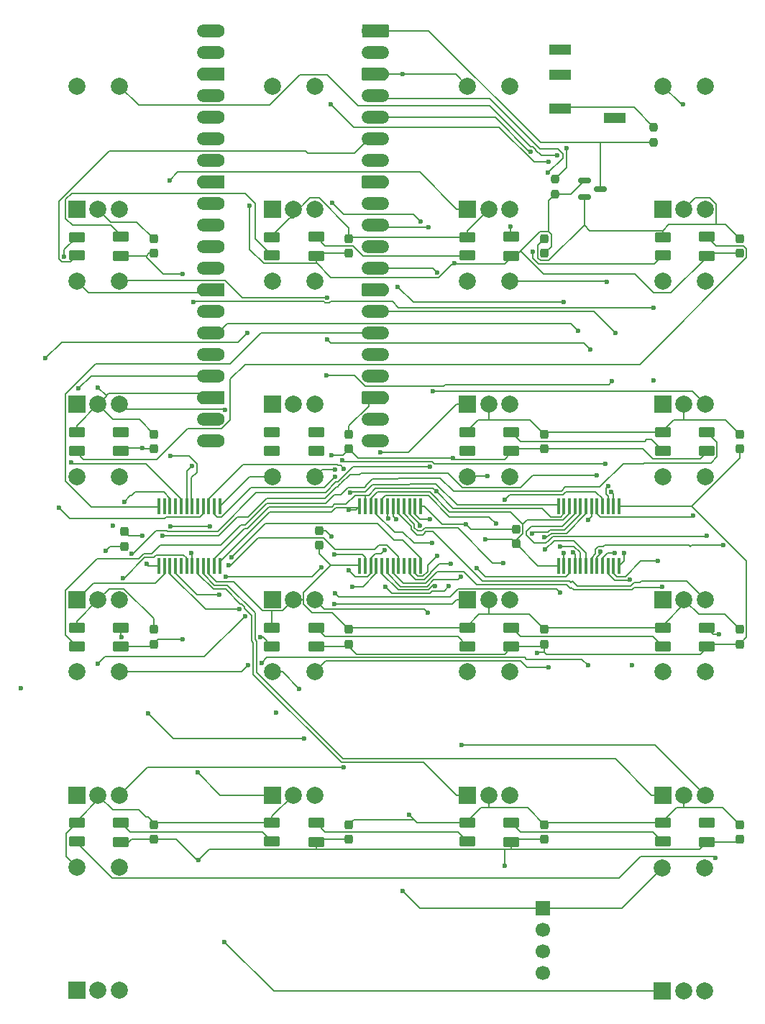
<source format=gbr>
%TF.GenerationSoftware,KiCad,Pcbnew,9.0.6*%
%TF.CreationDate,2025-12-05T21:30:17-05:00*%
%TF.ProjectId,PicoMIDIcontroller,5069636f-4d49-4444-9963-6f6e74726f6c,rev?*%
%TF.SameCoordinates,Original*%
%TF.FileFunction,Copper,L2,Bot*%
%TF.FilePolarity,Positive*%
%FSLAX46Y46*%
G04 Gerber Fmt 4.6, Leading zero omitted, Abs format (unit mm)*
G04 Created by KiCad (PCBNEW 9.0.6) date 2025-12-05 21:30:17*
%MOMM*%
%LPD*%
G01*
G04 APERTURE LIST*
G04 Aperture macros list*
%AMRoundRect*
0 Rectangle with rounded corners*
0 $1 Rounding radius*
0 $2 $3 $4 $5 $6 $7 $8 $9 X,Y pos of 4 corners*
0 Add a 4 corners polygon primitive as box body*
4,1,4,$2,$3,$4,$5,$6,$7,$8,$9,$2,$3,0*
0 Add four circle primitives for the rounded corners*
1,1,$1+$1,$2,$3*
1,1,$1+$1,$4,$5*
1,1,$1+$1,$6,$7*
1,1,$1+$1,$8,$9*
0 Add four rect primitives between the rounded corners*
20,1,$1+$1,$2,$3,$4,$5,0*
20,1,$1+$1,$4,$5,$6,$7,0*
20,1,$1+$1,$6,$7,$8,$9,0*
20,1,$1+$1,$8,$9,$2,$3,0*%
%AMFreePoly0*
4,1,37,0.800000,0.796148,0.878414,0.796148,1.032228,0.765552,1.177117,0.705537,1.307515,0.618408,1.418408,0.507515,1.505537,0.377117,1.565552,0.232228,1.596148,0.078414,1.596148,-0.078414,1.565552,-0.232228,1.505537,-0.377117,1.418408,-0.507515,1.307515,-0.618408,1.177117,-0.705537,1.032228,-0.765552,0.878414,-0.796148,0.800000,-0.796148,0.800000,-0.800000,-1.400000,-0.800000,
-1.403843,-0.796157,-1.439018,-0.796157,-1.511114,-0.766294,-1.566294,-0.711114,-1.596157,-0.639018,-1.596157,-0.603843,-1.600000,-0.600000,-1.600000,0.600000,-1.596157,0.603843,-1.596157,0.639018,-1.566294,0.711114,-1.511114,0.766294,-1.439018,0.796157,-1.403843,0.796157,-1.400000,0.800000,0.800000,0.800000,0.800000,0.796148,0.800000,0.796148,$1*%
%AMFreePoly1*
4,1,37,1.403843,0.796157,1.439018,0.796157,1.511114,0.766294,1.566294,0.711114,1.596157,0.639018,1.596157,0.603843,1.600000,0.600000,1.600000,-0.600000,1.596157,-0.603843,1.596157,-0.639018,1.566294,-0.711114,1.511114,-0.766294,1.439018,-0.796157,1.403843,-0.796157,1.400000,-0.800000,-0.800000,-0.800000,-0.800000,-0.796148,-0.878414,-0.796148,-1.032228,-0.765552,-1.177117,-0.705537,
-1.307515,-0.618408,-1.418408,-0.507515,-1.505537,-0.377117,-1.565552,-0.232228,-1.596148,-0.078414,-1.596148,0.078414,-1.565552,0.232228,-1.505537,0.377117,-1.418408,0.507515,-1.307515,0.618408,-1.177117,0.705537,-1.032228,0.765552,-0.878414,0.796148,-0.800000,0.796148,-0.800000,0.800000,1.400000,0.800000,1.403843,0.796157,1.403843,0.796157,$1*%
%AMFreePoly2*
4,1,37,0.603843,0.796157,0.639018,0.796157,0.711114,0.766294,0.766294,0.711114,0.796157,0.639018,0.796157,0.603843,0.800000,0.600000,0.800000,-0.600000,0.796157,-0.603843,0.796157,-0.639018,0.766294,-0.711114,0.711114,-0.766294,0.639018,-0.796157,0.603843,-0.796157,0.600000,-0.800000,0.000000,-0.800000,0.000000,-0.796148,-0.078414,-0.796148,-0.232228,-0.765552,-0.377117,-0.705537,
-0.507515,-0.618408,-0.618408,-0.507515,-0.705537,-0.377117,-0.765552,-0.232228,-0.796148,-0.078414,-0.796148,0.078414,-0.765552,0.232228,-0.705537,0.377117,-0.618408,0.507515,-0.507515,0.618408,-0.377117,0.705537,-0.232228,0.765552,-0.078414,0.796148,0.000000,0.796148,0.000000,0.800000,0.600000,0.800000,0.603843,0.796157,0.603843,0.796157,$1*%
%AMFreePoly3*
4,1,37,0.000000,0.796148,0.078414,0.796148,0.232228,0.765552,0.377117,0.705537,0.507515,0.618408,0.618408,0.507515,0.705537,0.377117,0.765552,0.232228,0.796148,0.078414,0.796148,-0.078414,0.765552,-0.232228,0.705537,-0.377117,0.618408,-0.507515,0.507515,-0.618408,0.377117,-0.705537,0.232228,-0.765552,0.078414,-0.796148,0.000000,-0.796148,0.000000,-0.800000,-0.600000,-0.800000,
-0.603843,-0.796157,-0.639018,-0.796157,-0.711114,-0.766294,-0.766294,-0.711114,-0.796157,-0.639018,-0.796157,-0.603843,-0.800000,-0.600000,-0.800000,0.600000,-0.796157,0.603843,-0.796157,0.639018,-0.766294,0.711114,-0.711114,0.766294,-0.639018,0.796157,-0.603843,0.796157,-0.600000,0.800000,0.000000,0.800000,0.000000,0.796148,0.000000,0.796148,$1*%
G04 Aperture macros list end*
%TA.AperFunction,ComponentPad*%
%ADD10R,2.000000X2.000000*%
%TD*%
%TA.AperFunction,ComponentPad*%
%ADD11C,2.000000*%
%TD*%
%TA.AperFunction,SMDPad,CuDef*%
%ADD12R,2.500000X1.200000*%
%TD*%
%TA.AperFunction,SMDPad,CuDef*%
%ADD13RoundRect,0.237500X-0.237500X0.250000X-0.237500X-0.250000X0.237500X-0.250000X0.237500X0.250000X0*%
%TD*%
%TA.AperFunction,SMDPad,CuDef*%
%ADD14RoundRect,0.150000X-0.587500X-0.150000X0.587500X-0.150000X0.587500X0.150000X-0.587500X0.150000X0*%
%TD*%
%TA.AperFunction,SMDPad,CuDef*%
%ADD15RoundRect,0.237500X0.237500X-0.300000X0.237500X0.300000X-0.237500X0.300000X-0.237500X-0.300000X0*%
%TD*%
%TA.AperFunction,SMDPad,CuDef*%
%ADD16RoundRect,0.237500X-0.237500X0.300000X-0.237500X-0.300000X0.237500X-0.300000X0.237500X0.300000X0*%
%TD*%
%TA.AperFunction,SMDPad,CuDef*%
%ADD17RoundRect,0.120000X-0.780000X-0.480000X0.780000X-0.480000X0.780000X0.480000X-0.780000X0.480000X0*%
%TD*%
%TA.AperFunction,ComponentPad*%
%ADD18R,1.700000X1.700000*%
%TD*%
%TA.AperFunction,ComponentPad*%
%ADD19C,1.700000*%
%TD*%
%TA.AperFunction,SMDPad,CuDef*%
%ADD20RoundRect,0.100000X0.100000X-0.850000X0.100000X0.850000X-0.100000X0.850000X-0.100000X-0.850000X0*%
%TD*%
%TA.AperFunction,SMDPad,CuDef*%
%ADD21RoundRect,0.100000X-0.100000X0.850000X-0.100000X-0.850000X0.100000X-0.850000X0.100000X0.850000X0*%
%TD*%
%TA.AperFunction,SMDPad,CuDef*%
%ADD22FreePoly0,180.000000*%
%TD*%
%TA.AperFunction,ComponentPad*%
%ADD23RoundRect,0.200000X0.600000X0.600000X-0.600000X0.600000X-0.600000X-0.600000X0.600000X-0.600000X0*%
%TD*%
%TA.AperFunction,SMDPad,CuDef*%
%ADD24RoundRect,0.800000X0.800000X0.000010X-0.800000X0.000010X-0.800000X-0.000010X0.800000X-0.000010X0*%
%TD*%
%TA.AperFunction,ComponentPad*%
%ADD25C,1.600000*%
%TD*%
%TA.AperFunction,SMDPad,CuDef*%
%ADD26FreePoly1,180.000000*%
%TD*%
%TA.AperFunction,ComponentPad*%
%ADD27FreePoly2,180.000000*%
%TD*%
%TA.AperFunction,ComponentPad*%
%ADD28FreePoly3,180.000000*%
%TD*%
%TA.AperFunction,ViaPad*%
%ADD29C,0.600000*%
%TD*%
%TA.AperFunction,Conductor*%
%ADD30C,0.200000*%
%TD*%
G04 APERTURE END LIST*
D10*
%TO.P,SW2,A,A*%
%TO.N,/EA1*%
X68575000Y-66500000D03*
D11*
%TO.P,SW2,B,B*%
%TO.N,/EB1*%
X73575000Y-66500000D03*
%TO.P,SW2,C,C*%
%TO.N,GND*%
X71075000Y-66500000D03*
%TO.P,SW2,S1,S1*%
%TO.N,/ESW1*%
X73575000Y-52000000D03*
%TO.P,SW2,S2,S2*%
%TO.N,GND*%
X68575000Y-52000000D03*
%TD*%
D10*
%TO.P,SW1,A,A*%
%TO.N,/EA0*%
X45575000Y-66500000D03*
D11*
%TO.P,SW1,B,B*%
%TO.N,/EB0*%
X50575000Y-66500000D03*
%TO.P,SW1,C,C*%
%TO.N,GND*%
X48075000Y-66500000D03*
%TO.P,SW1,S1,S1*%
%TO.N,/ESW0*%
X50575000Y-52000000D03*
%TO.P,SW1,S2,S2*%
%TO.N,GND*%
X45575000Y-52000000D03*
%TD*%
D10*
%TO.P,SW3,A,A*%
%TO.N,/EA2*%
X91575000Y-66500000D03*
D11*
%TO.P,SW3,B,B*%
%TO.N,/EB2*%
X96575000Y-66500000D03*
%TO.P,SW3,C,C*%
%TO.N,GND*%
X94075000Y-66500000D03*
%TO.P,SW3,S1,S1*%
%TO.N,/ESW2*%
X96575000Y-52000000D03*
%TO.P,SW3,S2,S2*%
%TO.N,GND*%
X91575000Y-52000000D03*
%TD*%
D10*
%TO.P,SW4,A,A*%
%TO.N,/EA3*%
X114575000Y-66500000D03*
D11*
%TO.P,SW4,B,B*%
%TO.N,/EB3*%
X119575000Y-66500000D03*
%TO.P,SW4,C,C*%
%TO.N,GND*%
X117075000Y-66500000D03*
%TO.P,SW4,S1,S1*%
%TO.N,/ESW3*%
X119575000Y-52000000D03*
%TO.P,SW4,S2,S2*%
%TO.N,GND*%
X114575000Y-52000000D03*
%TD*%
D12*
%TO.P,J2,T*%
%TO.N,Net-(J2-PadT)*%
X102450000Y-54700000D03*
%TO.P,J2,S*%
%TO.N,unconnected-(J2-PadS)*%
X108950000Y-55800000D03*
%TO.P,J2,R2*%
%TO.N,unconnected-(J2-PadR2)*%
X102450000Y-47700000D03*
%TO.P,J2,R1*%
%TO.N,Net-(J2-PadR1)*%
X102450000Y-50700000D03*
%TD*%
D10*
%TO.P,SW18,A,A*%
%TO.N,Net-(A1-GPIO21)*%
X114525000Y-158575000D03*
D11*
%TO.P,SW18,B,B*%
%TO.N,Net-(A1-GPIO22)*%
X119525000Y-158575000D03*
%TO.P,SW18,C,C*%
%TO.N,GND*%
X117025000Y-158575000D03*
%TO.P,SW18,S1,S1*%
%TO.N,Net-(A1-GPIO20)*%
X119525000Y-144075000D03*
%TO.P,SW18,S2,S2*%
%TO.N,GND*%
X114525000Y-144075000D03*
%TD*%
D10*
%TO.P,SW17,A,A*%
%TO.N,Net-(A1-GPIO18)*%
X45575000Y-158500000D03*
D11*
%TO.P,SW17,B,B*%
%TO.N,Net-(A1-GPIO19)*%
X50575000Y-158500000D03*
%TO.P,SW17,C,C*%
%TO.N,GND*%
X48075000Y-158500000D03*
%TO.P,SW17,S1,S1*%
%TO.N,Net-(A1-GPIO16)*%
X50575000Y-144000000D03*
%TO.P,SW17,S2,S2*%
%TO.N,GND*%
X45575000Y-144000000D03*
%TD*%
D10*
%TO.P,SW16,A,A*%
%TO.N,/EA15*%
X114575000Y-135500000D03*
D11*
%TO.P,SW16,B,B*%
%TO.N,/EB15*%
X119575000Y-135500000D03*
%TO.P,SW16,C,C*%
%TO.N,GND*%
X117075000Y-135500000D03*
%TO.P,SW16,S1,S1*%
%TO.N,/ESW15*%
X119575000Y-121000000D03*
%TO.P,SW16,S2,S2*%
%TO.N,GND*%
X114575000Y-121000000D03*
%TD*%
D10*
%TO.P,SW15,A,A*%
%TO.N,/EA14*%
X91575000Y-135500000D03*
D11*
%TO.P,SW15,B,B*%
%TO.N,/EB14*%
X96575000Y-135500000D03*
%TO.P,SW15,C,C*%
%TO.N,GND*%
X94075000Y-135500000D03*
%TO.P,SW15,S1,S1*%
%TO.N,/ESW14*%
X96575000Y-121000000D03*
%TO.P,SW15,S2,S2*%
%TO.N,GND*%
X91575000Y-121000000D03*
%TD*%
D10*
%TO.P,SW14,A,A*%
%TO.N,/EA13*%
X68575000Y-135500000D03*
D11*
%TO.P,SW14,B,B*%
%TO.N,/EB13*%
X73575000Y-135500000D03*
%TO.P,SW14,C,C*%
%TO.N,GND*%
X71075000Y-135500000D03*
%TO.P,SW14,S1,S1*%
%TO.N,/ESW13*%
X73575000Y-121000000D03*
%TO.P,SW14,S2,S2*%
%TO.N,GND*%
X68575000Y-121000000D03*
%TD*%
D10*
%TO.P,SW13,A,A*%
%TO.N,/EA12*%
X45575000Y-135500000D03*
D11*
%TO.P,SW13,B,B*%
%TO.N,/EB12*%
X50575000Y-135500000D03*
%TO.P,SW13,C,C*%
%TO.N,GND*%
X48075000Y-135500000D03*
%TO.P,SW13,S1,S1*%
%TO.N,/ESW12*%
X50575000Y-121000000D03*
%TO.P,SW13,S2,S2*%
%TO.N,GND*%
X45575000Y-121000000D03*
%TD*%
D10*
%TO.P,SW9,A,A*%
%TO.N,/EA8*%
X45575000Y-112500000D03*
D11*
%TO.P,SW9,B,B*%
%TO.N,/EB8*%
X50575000Y-112500000D03*
%TO.P,SW9,C,C*%
%TO.N,GND*%
X48075000Y-112500000D03*
%TO.P,SW9,S1,S1*%
%TO.N,/ESW8*%
X50575000Y-98000000D03*
%TO.P,SW9,S2,S2*%
%TO.N,GND*%
X45575000Y-98000000D03*
%TD*%
D10*
%TO.P,SW10,A,A*%
%TO.N,/EA9*%
X68575000Y-112500000D03*
D11*
%TO.P,SW10,B,B*%
%TO.N,/EB9*%
X73575000Y-112500000D03*
%TO.P,SW10,C,C*%
%TO.N,GND*%
X71075000Y-112500000D03*
%TO.P,SW10,S1,S1*%
%TO.N,/ESW9*%
X73575000Y-98000000D03*
%TO.P,SW10,S2,S2*%
%TO.N,GND*%
X68575000Y-98000000D03*
%TD*%
D10*
%TO.P,SW11,A,A*%
%TO.N,/EA10*%
X91575000Y-112500000D03*
D11*
%TO.P,SW11,B,B*%
%TO.N,/EB10*%
X96575000Y-112500000D03*
%TO.P,SW11,C,C*%
%TO.N,GND*%
X94075000Y-112500000D03*
%TO.P,SW11,S1,S1*%
%TO.N,/ESW10*%
X96575000Y-98000000D03*
%TO.P,SW11,S2,S2*%
%TO.N,GND*%
X91575000Y-98000000D03*
%TD*%
D10*
%TO.P,SW12,A,A*%
%TO.N,/EA11*%
X114575000Y-112500000D03*
D11*
%TO.P,SW12,B,B*%
%TO.N,/EB11*%
X119575000Y-112500000D03*
%TO.P,SW12,C,C*%
%TO.N,GND*%
X117075000Y-112500000D03*
%TO.P,SW12,S1,S1*%
%TO.N,/ESW11*%
X119575000Y-98000000D03*
%TO.P,SW12,S2,S2*%
%TO.N,GND*%
X114575000Y-98000000D03*
%TD*%
D10*
%TO.P,SW8,A,A*%
%TO.N,/EA7*%
X114575000Y-89500000D03*
D11*
%TO.P,SW8,B,B*%
%TO.N,/EB7*%
X119575000Y-89500000D03*
%TO.P,SW8,C,C*%
%TO.N,GND*%
X117075000Y-89500000D03*
%TO.P,SW8,S1,S1*%
%TO.N,/ESW7*%
X119575000Y-75000000D03*
%TO.P,SW8,S2,S2*%
%TO.N,GND*%
X114575000Y-75000000D03*
%TD*%
D10*
%TO.P,SW7,A,A*%
%TO.N,/EA6*%
X91575000Y-89500000D03*
D11*
%TO.P,SW7,B,B*%
%TO.N,/EB6*%
X96575000Y-89500000D03*
%TO.P,SW7,C,C*%
%TO.N,GND*%
X94075000Y-89500000D03*
%TO.P,SW7,S1,S1*%
%TO.N,/ESW6*%
X96575000Y-75000000D03*
%TO.P,SW7,S2,S2*%
%TO.N,GND*%
X91575000Y-75000000D03*
%TD*%
D10*
%TO.P,SW6,A,A*%
%TO.N,/EA5*%
X68575000Y-89500000D03*
D11*
%TO.P,SW6,B,B*%
%TO.N,/EB5*%
X73575000Y-89500000D03*
%TO.P,SW6,C,C*%
%TO.N,GND*%
X71075000Y-89500000D03*
%TO.P,SW6,S1,S1*%
%TO.N,/ESW5*%
X73575000Y-75000000D03*
%TO.P,SW6,S2,S2*%
%TO.N,GND*%
X68575000Y-75000000D03*
%TD*%
D10*
%TO.P,SW5,A,A*%
%TO.N,/EA4*%
X45575000Y-89500000D03*
D11*
%TO.P,SW5,B,B*%
%TO.N,/EB4*%
X50575000Y-89500000D03*
%TO.P,SW5,C,C*%
%TO.N,GND*%
X48075000Y-89500000D03*
%TO.P,SW5,S1,S1*%
%TO.N,/ESW4*%
X50575000Y-75000000D03*
%TO.P,SW5,S2,S2*%
%TO.N,GND*%
X45575000Y-75000000D03*
%TD*%
D13*
%TO.P,R3,1*%
%TO.N,Net-(J2-PadT)*%
X113525000Y-56850000D03*
%TO.P,R3,2*%
%TO.N,Net-(A1-GPIO0)*%
X113525000Y-58675000D03*
%TD*%
%TO.P,R2,1*%
%TO.N,Net-(J2-PadR1)*%
X101875000Y-62925000D03*
%TO.P,R2,2*%
%TO.N,+3V3*%
X101875000Y-64750000D03*
%TD*%
D14*
%TO.P,D19,1,A*%
%TO.N,GND*%
X105325000Y-65075000D03*
%TO.P,D19,2,K*%
%TO.N,+3V3*%
X105325000Y-63175000D03*
%TO.P,D19,3,COM*%
%TO.N,Net-(A1-GPIO0)*%
X107200000Y-64125000D03*
%TD*%
D15*
%TO.P,C20,1*%
%TO.N,GND*%
X97300000Y-105887500D03*
%TO.P,C20,2*%
%TO.N,+3V3*%
X97300000Y-104162500D03*
%TD*%
%TO.P,C19,1*%
%TO.N,GND*%
X74125000Y-106062500D03*
%TO.P,C19,2*%
%TO.N,+3V3*%
X74125000Y-104337500D03*
%TD*%
%TO.P,C18,1*%
%TO.N,GND*%
X51200000Y-106187500D03*
%TO.P,C18,2*%
%TO.N,+3V3*%
X51200000Y-104462500D03*
%TD*%
D16*
%TO.P,C3,2*%
%TO.N,+3V3*%
X77625000Y-71712500D03*
%TO.P,C3,1*%
%TO.N,GND*%
X77625000Y-69987500D03*
%TD*%
%TO.P,C7,2*%
%TO.N,+3V3*%
X77625000Y-94712500D03*
%TO.P,C7,1*%
%TO.N,GND*%
X77625000Y-92987500D03*
%TD*%
D17*
%TO.P,D6,4,DIN*%
%TO.N,Net-(D5-DOUT)*%
X68565000Y-94980000D03*
%TO.P,D6,3,VSS*%
%TO.N,GND*%
X68555000Y-92780000D03*
%TO.P,D6,2,DOUT*%
%TO.N,Net-(D6-DOUT)*%
X73745000Y-92770000D03*
%TO.P,D6,1,VDD*%
%TO.N,+3V3*%
X73745000Y-94990000D03*
%TD*%
%TO.P,D2,4,DIN*%
%TO.N,Net-(D1-DOUT)*%
X68565000Y-71980000D03*
%TO.P,D2,3,VSS*%
%TO.N,GND*%
X68555000Y-69780000D03*
%TO.P,D2,2,DOUT*%
%TO.N,Net-(D2-DOUT)*%
X73745000Y-69770000D03*
%TO.P,D2,1,VDD*%
%TO.N,+3V3*%
X73745000Y-71990000D03*
%TD*%
%TO.P,D16,1,VDD*%
%TO.N,+3V3*%
X119745000Y-140990000D03*
%TO.P,D16,2,DOUT*%
%TO.N,unconnected-(D16-DOUT-Pad2)*%
X119745000Y-138770000D03*
%TO.P,D16,3,VSS*%
%TO.N,GND*%
X114555000Y-138780000D03*
%TO.P,D16,4,DIN*%
%TO.N,Net-(D15-DOUT)*%
X114565000Y-140980000D03*
%TD*%
%TO.P,D15,1,VDD*%
%TO.N,+3V3*%
X96745000Y-140990000D03*
%TO.P,D15,2,DOUT*%
%TO.N,Net-(D15-DOUT)*%
X96745000Y-138770000D03*
%TO.P,D15,3,VSS*%
%TO.N,GND*%
X91555000Y-138780000D03*
%TO.P,D15,4,DIN*%
%TO.N,Net-(D14-DOUT)*%
X91565000Y-140980000D03*
%TD*%
%TO.P,D14,1,VDD*%
%TO.N,+3V3*%
X73745000Y-140990000D03*
%TO.P,D14,2,DOUT*%
%TO.N,Net-(D14-DOUT)*%
X73745000Y-138770000D03*
%TO.P,D14,3,VSS*%
%TO.N,GND*%
X68555000Y-138780000D03*
%TO.P,D14,4,DIN*%
%TO.N,Net-(D13-DOUT)*%
X68565000Y-140980000D03*
%TD*%
%TO.P,D13,1,VDD*%
%TO.N,+3V3*%
X50745000Y-140990000D03*
%TO.P,D13,2,DOUT*%
%TO.N,Net-(D13-DOUT)*%
X50745000Y-138770000D03*
%TO.P,D13,3,VSS*%
%TO.N,GND*%
X45555000Y-138780000D03*
%TO.P,D13,4,DIN*%
%TO.N,Net-(D12-DOUT)*%
X45565000Y-140980000D03*
%TD*%
%TO.P,D12,1,VDD*%
%TO.N,+3V3*%
X119745000Y-117990000D03*
%TO.P,D12,2,DOUT*%
%TO.N,Net-(D12-DOUT)*%
X119745000Y-115770000D03*
%TO.P,D12,3,VSS*%
%TO.N,GND*%
X114555000Y-115780000D03*
%TO.P,D12,4,DIN*%
%TO.N,Net-(D11-DOUT)*%
X114565000Y-117980000D03*
%TD*%
%TO.P,D11,1,VDD*%
%TO.N,+3V3*%
X96745000Y-117990000D03*
%TO.P,D11,2,DOUT*%
%TO.N,Net-(D11-DOUT)*%
X96745000Y-115770000D03*
%TO.P,D11,3,VSS*%
%TO.N,GND*%
X91555000Y-115780000D03*
%TO.P,D11,4,DIN*%
%TO.N,Net-(D10-DOUT)*%
X91565000Y-117980000D03*
%TD*%
%TO.P,D10,1,VDD*%
%TO.N,+3V3*%
X73745000Y-117990000D03*
%TO.P,D10,2,DOUT*%
%TO.N,Net-(D10-DOUT)*%
X73745000Y-115770000D03*
%TO.P,D10,3,VSS*%
%TO.N,GND*%
X68555000Y-115780000D03*
%TO.P,D10,4,DIN*%
%TO.N,Net-(D10-DIN)*%
X68565000Y-117980000D03*
%TD*%
%TO.P,D9,1,VDD*%
%TO.N,+3V3*%
X50745000Y-117990000D03*
%TO.P,D9,2,DOUT*%
%TO.N,Net-(D10-DIN)*%
X50745000Y-115770000D03*
%TO.P,D9,3,VSS*%
%TO.N,GND*%
X45555000Y-115780000D03*
%TO.P,D9,4,DIN*%
%TO.N,Net-(D8-DOUT)*%
X45565000Y-117980000D03*
%TD*%
%TO.P,D8,1,VDD*%
%TO.N,+3V3*%
X119745000Y-94990000D03*
%TO.P,D8,2,DOUT*%
%TO.N,Net-(D8-DOUT)*%
X119745000Y-92770000D03*
%TO.P,D8,3,VSS*%
%TO.N,GND*%
X114555000Y-92780000D03*
%TO.P,D8,4,DIN*%
%TO.N,Net-(D7-DOUT)*%
X114565000Y-94980000D03*
%TD*%
%TO.P,D7,1,VDD*%
%TO.N,+3V3*%
X96745000Y-94990000D03*
%TO.P,D7,2,DOUT*%
%TO.N,Net-(D7-DOUT)*%
X96745000Y-92770000D03*
%TO.P,D7,3,VSS*%
%TO.N,GND*%
X91555000Y-92780000D03*
%TO.P,D7,4,DIN*%
%TO.N,Net-(D6-DOUT)*%
X91565000Y-94980000D03*
%TD*%
%TO.P,D5,1,VDD*%
%TO.N,+3V3*%
X50745000Y-94990000D03*
%TO.P,D5,2,DOUT*%
%TO.N,Net-(D5-DOUT)*%
X50745000Y-92770000D03*
%TO.P,D5,3,VSS*%
%TO.N,GND*%
X45555000Y-92780000D03*
%TO.P,D5,4,DIN*%
%TO.N,Net-(D4-DOUT)*%
X45565000Y-94980000D03*
%TD*%
%TO.P,D4,1,VDD*%
%TO.N,+3V3*%
X119745000Y-71990000D03*
%TO.P,D4,2,DOUT*%
%TO.N,Net-(D4-DOUT)*%
X119745000Y-69770000D03*
%TO.P,D4,3,VSS*%
%TO.N,GND*%
X114555000Y-69780000D03*
%TO.P,D4,4,DIN*%
%TO.N,Net-(D3-DOUT)*%
X114565000Y-71980000D03*
%TD*%
%TO.P,D3,1,VDD*%
%TO.N,+3V3*%
X96745000Y-71990000D03*
%TO.P,D3,2,DOUT*%
%TO.N,Net-(D3-DOUT)*%
X96745000Y-69770000D03*
%TO.P,D3,3,VSS*%
%TO.N,GND*%
X91555000Y-69780000D03*
%TO.P,D3,4,DIN*%
%TO.N,Net-(D2-DOUT)*%
X91565000Y-71980000D03*
%TD*%
%TO.P,D1,1,VDD*%
%TO.N,+3V3*%
X50745000Y-71990000D03*
%TO.P,D1,2,DOUT*%
%TO.N,Net-(D1-DOUT)*%
X50745000Y-69770000D03*
%TO.P,D1,3,VSS*%
%TO.N,GND*%
X45555000Y-69780000D03*
%TO.P,D1,4,DIN*%
%TO.N,/DOUT*%
X45565000Y-71980000D03*
%TD*%
D18*
%TO.P,U4,1,GND*%
%TO.N,GND*%
X100450000Y-148820000D03*
D19*
%TO.P,U4,2,VDD*%
%TO.N,+3V3*%
X100450000Y-151360000D03*
%TO.P,U4,3,SCK*%
%TO.N,/SCL*%
X100450000Y-153900000D03*
%TO.P,U4,4,SDA*%
%TO.N,/SDA*%
X100450000Y-156440000D03*
%TD*%
D20*
%TO.P,U3,1,COM*%
%TO.N,Net-(A1-GPIO10)*%
X109425000Y-108475000D03*
%TO.P,U3,2,I7*%
%TO.N,/ESW7*%
X108775000Y-108475000D03*
%TO.P,U3,3,I6*%
%TO.N,/ESW6*%
X108125000Y-108475000D03*
%TO.P,U3,4,I5*%
%TO.N,/ESW5*%
X107475000Y-108475000D03*
%TO.P,U3,5,I4*%
%TO.N,/ESW4*%
X106825000Y-108475000D03*
%TO.P,U3,6,I3*%
%TO.N,/ESW3*%
X106175000Y-108475000D03*
%TO.P,U3,7,I2*%
%TO.N,/ESW2*%
X105525000Y-108475000D03*
%TO.P,U3,8,I1*%
%TO.N,/ESW1*%
X104875000Y-108475000D03*
%TO.P,U3,9,I0*%
%TO.N,/ESW0*%
X104225000Y-108475000D03*
%TO.P,U3,10,S0*%
%TO.N,Net-(A1-GPIO9)*%
X103575000Y-108475000D03*
%TO.P,U3,11,S1*%
%TO.N,Net-(A1-GPIO8)*%
X102925000Y-108475000D03*
%TO.P,U3,12,GND*%
%TO.N,GND*%
X102275000Y-108475000D03*
%TO.P,U3,13,S3*%
%TO.N,Net-(A1-GPIO6)*%
X102275000Y-101475000D03*
%TO.P,U3,14,S2*%
%TO.N,Net-(A1-GPIO7)*%
X102925000Y-101475000D03*
%TO.P,U3,15,~{E}*%
%TO.N,GND*%
X103575000Y-101475000D03*
%TO.P,U3,16,I15*%
%TO.N,/ESW15*%
X104225000Y-101475000D03*
%TO.P,U3,17,I14*%
%TO.N,/ESW14*%
X104875000Y-101475000D03*
%TO.P,U3,18,I13*%
%TO.N,/ESW13*%
X105525000Y-101475000D03*
%TO.P,U3,19,I12*%
%TO.N,/ESW12*%
X106175000Y-101475000D03*
%TO.P,U3,20,I11*%
%TO.N,/ESW11*%
X106825000Y-101475000D03*
%TO.P,U3,21,I10*%
%TO.N,/ESW10*%
X107475000Y-101475000D03*
%TO.P,U3,22,I9*%
%TO.N,/ESW9*%
X108125000Y-101475000D03*
%TO.P,U3,23,I8*%
%TO.N,/ESW8*%
X108775000Y-101475000D03*
%TO.P,U3,24,VCC*%
%TO.N,+3V3*%
X109425000Y-101475000D03*
%TD*%
%TO.P,U2,1,COM*%
%TO.N,Net-(A1-GPIO17)*%
X86050000Y-108475000D03*
%TO.P,U2,2,I7*%
%TO.N,/EB7*%
X85400000Y-108475000D03*
%TO.P,U2,3,I6*%
%TO.N,/EB6*%
X84750000Y-108475000D03*
%TO.P,U2,4,I5*%
%TO.N,/EB5*%
X84100000Y-108475000D03*
%TO.P,U2,5,I4*%
%TO.N,/EB4*%
X83450000Y-108475000D03*
%TO.P,U2,6,I3*%
%TO.N,/EB3*%
X82800000Y-108475000D03*
%TO.P,U2,7,I2*%
%TO.N,/EB2*%
X82150000Y-108475000D03*
%TO.P,U2,8,I1*%
%TO.N,/EB1*%
X81500000Y-108475000D03*
%TO.P,U2,9,I0*%
%TO.N,/EB0*%
X80850000Y-108475000D03*
%TO.P,U2,10,S0*%
%TO.N,Net-(A1-GPIO9)*%
X80200000Y-108475000D03*
%TO.P,U2,11,S1*%
%TO.N,Net-(A1-GPIO8)*%
X79550000Y-108475000D03*
%TO.P,U2,12,GND*%
%TO.N,GND*%
X78900000Y-108475000D03*
%TO.P,U2,13,S3*%
%TO.N,Net-(A1-GPIO6)*%
X78900000Y-101475000D03*
%TO.P,U2,14,S2*%
%TO.N,Net-(A1-GPIO7)*%
X79550000Y-101475000D03*
%TO.P,U2,15,~{E}*%
%TO.N,GND*%
X80200000Y-101475000D03*
%TO.P,U2,16,I15*%
%TO.N,/EB15*%
X80850000Y-101475000D03*
%TO.P,U2,17,I14*%
%TO.N,/EB14*%
X81500000Y-101475000D03*
%TO.P,U2,18,I13*%
%TO.N,/EB13*%
X82150000Y-101475000D03*
%TO.P,U2,19,I12*%
%TO.N,/EB12*%
X82800000Y-101475000D03*
%TO.P,U2,20,I11*%
%TO.N,/EB11*%
X83450000Y-101475000D03*
%TO.P,U2,21,I10*%
%TO.N,/EB10*%
X84100000Y-101475000D03*
%TO.P,U2,22,I9*%
%TO.N,/EB9*%
X84750000Y-101475000D03*
%TO.P,U2,23,I8*%
%TO.N,/EB8*%
X85400000Y-101475000D03*
%TO.P,U2,24,VCC*%
%TO.N,+3V3*%
X86050000Y-101475000D03*
%TD*%
D21*
%TO.P,U1,1,COM*%
%TO.N,Net-(A1-GPIO11)*%
X55250000Y-101500000D03*
%TO.P,U1,2,I7*%
%TO.N,/EA7*%
X55900000Y-101500000D03*
%TO.P,U1,3,I6*%
%TO.N,/EA6*%
X56550000Y-101500000D03*
%TO.P,U1,4,I5*%
%TO.N,/EA5*%
X57200000Y-101500000D03*
%TO.P,U1,5,I4*%
%TO.N,/EA4*%
X57850000Y-101500000D03*
%TO.P,U1,6,I3*%
%TO.N,/EA3*%
X58500000Y-101500000D03*
%TO.P,U1,7,I2*%
%TO.N,/EA2*%
X59150000Y-101500000D03*
%TO.P,U1,8,I1*%
%TO.N,/EA1*%
X59800000Y-101500000D03*
%TO.P,U1,9,I0*%
%TO.N,/EA0*%
X60450000Y-101500000D03*
%TO.P,U1,10,S0*%
%TO.N,Net-(A1-GPIO9)*%
X61100000Y-101500000D03*
%TO.P,U1,11,S1*%
%TO.N,Net-(A1-GPIO8)*%
X61750000Y-101500000D03*
%TO.P,U1,12,GND*%
%TO.N,GND*%
X62400000Y-101500000D03*
%TO.P,U1,13,S3*%
%TO.N,Net-(A1-GPIO6)*%
X62400000Y-108500000D03*
%TO.P,U1,14,S2*%
%TO.N,Net-(A1-GPIO7)*%
X61750000Y-108500000D03*
%TO.P,U1,15,~{E}*%
%TO.N,GND*%
X61100000Y-108500000D03*
%TO.P,U1,16,I15*%
%TO.N,/EA15*%
X60450000Y-108500000D03*
%TO.P,U1,17,I14*%
%TO.N,/EA14*%
X59800000Y-108500000D03*
%TO.P,U1,18,I13*%
%TO.N,/EA13*%
X59150000Y-108500000D03*
%TO.P,U1,19,I12*%
%TO.N,/EA12*%
X58500000Y-108500000D03*
%TO.P,U1,20,I11*%
%TO.N,/EA11*%
X57850000Y-108500000D03*
%TO.P,U1,21,I10*%
%TO.N,/EA10*%
X57200000Y-108500000D03*
%TO.P,U1,22,I9*%
%TO.N,/EA9*%
X56550000Y-108500000D03*
%TO.P,U1,23,I8*%
%TO.N,/EA8*%
X55900000Y-108500000D03*
%TO.P,U1,24,VCC*%
%TO.N,+3V3*%
X55250000Y-108500000D03*
%TD*%
D16*
%TO.P,C17,1*%
%TO.N,GND*%
X123625000Y-138987500D03*
%TO.P,C17,2*%
%TO.N,+3V3*%
X123625000Y-140712500D03*
%TD*%
%TO.P,C16,1*%
%TO.N,GND*%
X100625000Y-138987500D03*
%TO.P,C16,2*%
%TO.N,+3V3*%
X100625000Y-140712500D03*
%TD*%
%TO.P,C15,1*%
%TO.N,GND*%
X77625000Y-138987500D03*
%TO.P,C15,2*%
%TO.N,+3V3*%
X77625000Y-140712500D03*
%TD*%
%TO.P,C14,1*%
%TO.N,GND*%
X54625000Y-138987500D03*
%TO.P,C14,2*%
%TO.N,+3V3*%
X54625000Y-140712500D03*
%TD*%
%TO.P,C13,1*%
%TO.N,GND*%
X123625000Y-115987500D03*
%TO.P,C13,2*%
%TO.N,+3V3*%
X123625000Y-117712500D03*
%TD*%
%TO.P,C12,1*%
%TO.N,GND*%
X100625000Y-115987500D03*
%TO.P,C12,2*%
%TO.N,+3V3*%
X100625000Y-117712500D03*
%TD*%
%TO.P,C11,1*%
%TO.N,GND*%
X77625000Y-115987500D03*
%TO.P,C11,2*%
%TO.N,+3V3*%
X77625000Y-117712500D03*
%TD*%
%TO.P,C10,1*%
%TO.N,GND*%
X54625000Y-115987500D03*
%TO.P,C10,2*%
%TO.N,+3V3*%
X54625000Y-117712500D03*
%TD*%
%TO.P,C9,1*%
%TO.N,GND*%
X123625000Y-92987500D03*
%TO.P,C9,2*%
%TO.N,+3V3*%
X123625000Y-94712500D03*
%TD*%
%TO.P,C8,1*%
%TO.N,GND*%
X100625000Y-92987500D03*
%TO.P,C8,2*%
%TO.N,+3V3*%
X100625000Y-94712500D03*
%TD*%
%TO.P,C6,1*%
%TO.N,GND*%
X54625000Y-92987500D03*
%TO.P,C6,2*%
%TO.N,+3V3*%
X54625000Y-94712500D03*
%TD*%
%TO.P,C5,1*%
%TO.N,GND*%
X123625000Y-69987500D03*
%TO.P,C5,2*%
%TO.N,+3V3*%
X123625000Y-71712500D03*
%TD*%
%TO.P,C4,1*%
%TO.N,GND*%
X100625000Y-69987500D03*
%TO.P,C4,2*%
%TO.N,+3V3*%
X100625000Y-71712500D03*
%TD*%
%TO.P,C2,1*%
%TO.N,GND*%
X54625000Y-69987500D03*
%TO.P,C2,2*%
%TO.N,+3V3*%
X54625000Y-71712500D03*
%TD*%
D22*
%TO.P,A1,1,GPIO0*%
%TO.N,Net-(A1-GPIO0)*%
X80740000Y-45520000D03*
D23*
X79940000Y-45520000D03*
D24*
%TO.P,A1,2,GPIO1*%
%TO.N,unconnected-(A1-GPIO1-Pad2)_1*%
X80740000Y-48060000D03*
D25*
%TO.N,unconnected-(A1-GPIO1-Pad2)*%
X79940000Y-48060000D03*
D26*
%TO.P,A1,3,GND*%
%TO.N,GND*%
X80740000Y-50600000D03*
D27*
X79940000Y-50600000D03*
D24*
%TO.P,A1,4,GPIO2*%
%TO.N,/SDA*%
X80740000Y-53140000D03*
D25*
X79940000Y-53140000D03*
D24*
%TO.P,A1,5,GPIO3*%
%TO.N,/SCL*%
X80740000Y-55680000D03*
D25*
X79940000Y-55680000D03*
D24*
%TO.P,A1,6,GPIO4*%
%TO.N,/DOUT*%
X80740000Y-58220000D03*
D25*
X79940000Y-58220000D03*
D24*
%TO.P,A1,7,GPIO5*%
%TO.N,unconnected-(A1-GPIO5-Pad7)_1*%
X80740000Y-60760000D03*
D25*
%TO.N,unconnected-(A1-GPIO5-Pad7)*%
X79940000Y-60760000D03*
D26*
%TO.P,A1,8,GND*%
%TO.N,GND*%
X80740000Y-63300000D03*
D27*
X79940000Y-63300000D03*
D24*
%TO.P,A1,9,GPIO6*%
%TO.N,Net-(A1-GPIO6)*%
X80740000Y-65840000D03*
D25*
X79940000Y-65840000D03*
D24*
%TO.P,A1,10,GPIO7*%
%TO.N,Net-(A1-GPIO7)*%
X80740000Y-68380000D03*
D25*
X79940000Y-68380000D03*
D24*
%TO.P,A1,11,GPIO8*%
%TO.N,Net-(A1-GPIO8)*%
X80740000Y-70920000D03*
D25*
X79940000Y-70920000D03*
D24*
%TO.P,A1,12,GPIO9*%
%TO.N,Net-(A1-GPIO9)*%
X80740000Y-73460000D03*
D25*
X79940000Y-73460000D03*
D26*
%TO.P,A1,13,GND*%
%TO.N,GND*%
X80740000Y-76000000D03*
D27*
X79940000Y-76000000D03*
D24*
%TO.P,A1,14,GPIO10*%
%TO.N,Net-(A1-GPIO10)*%
X80740000Y-78540000D03*
D25*
X79940000Y-78540000D03*
D24*
%TO.P,A1,15,GPIO11*%
%TO.N,Net-(A1-GPIO11)*%
X80740000Y-81080000D03*
D25*
X79940000Y-81080000D03*
D24*
%TO.P,A1,16,GPIO12*%
%TO.N,unconnected-(A1-GPIO12-Pad16)_1*%
X80740000Y-83620000D03*
D25*
%TO.N,unconnected-(A1-GPIO12-Pad16)*%
X79940000Y-83620000D03*
D24*
%TO.P,A1,17,GPIO13*%
%TO.N,unconnected-(A1-GPIO13-Pad17)_1*%
X80740000Y-86160000D03*
D25*
%TO.N,unconnected-(A1-GPIO13-Pad17)*%
X79940000Y-86160000D03*
D26*
%TO.P,A1,18,GND*%
%TO.N,GND*%
X80740000Y-88700000D03*
D27*
X79940000Y-88700000D03*
D24*
%TO.P,A1,19,GPIO14*%
%TO.N,unconnected-(A1-GPIO14-Pad19)_1*%
X80740000Y-91240000D03*
D25*
%TO.N,unconnected-(A1-GPIO14-Pad19)*%
X79940000Y-91240000D03*
D24*
%TO.P,A1,20,GPIO15*%
%TO.N,unconnected-(A1-GPIO15-Pad20)_1*%
X80740000Y-93780000D03*
D25*
%TO.N,unconnected-(A1-GPIO15-Pad20)*%
X79940000Y-93780000D03*
%TO.P,A1,21,GPIO16*%
%TO.N,Net-(A1-GPIO16)*%
X62160000Y-93780000D03*
D24*
X61360000Y-93780000D03*
D25*
%TO.P,A1,22,GPIO17*%
%TO.N,Net-(A1-GPIO17)*%
X62160000Y-91240000D03*
D24*
X61360000Y-91240000D03*
D28*
%TO.P,A1,23,GND*%
%TO.N,GND*%
X62160000Y-88700000D03*
D22*
X61360000Y-88700000D03*
D25*
%TO.P,A1,24,GPIO18*%
%TO.N,Net-(A1-GPIO18)*%
X62160000Y-86160000D03*
D24*
X61360000Y-86160000D03*
D25*
%TO.P,A1,25,GPIO19*%
%TO.N,Net-(A1-GPIO19)*%
X62160000Y-83620000D03*
D24*
X61360000Y-83620000D03*
D25*
%TO.P,A1,26,GPIO20*%
%TO.N,Net-(A1-GPIO20)*%
X62160000Y-81080000D03*
D24*
X61360000Y-81080000D03*
D25*
%TO.P,A1,27,GPIO21*%
%TO.N,Net-(A1-GPIO21)*%
X62160000Y-78540000D03*
D24*
X61360000Y-78540000D03*
D28*
%TO.P,A1,28,GND*%
%TO.N,GND*%
X62160000Y-76000000D03*
D22*
X61360000Y-76000000D03*
D25*
%TO.P,A1,29,GPIO22*%
%TO.N,Net-(A1-GPIO22)*%
X62160000Y-73460000D03*
D24*
X61360000Y-73460000D03*
D25*
%TO.P,A1,30,RUN*%
%TO.N,unconnected-(A1-RUN-Pad30)_1*%
X62160000Y-70920000D03*
D24*
%TO.N,unconnected-(A1-RUN-Pad30)*%
X61360000Y-70920000D03*
D25*
%TO.P,A1,31,GPIO26_ADC0*%
%TO.N,unconnected-(A1-GPIO26_ADC0-Pad31)_1*%
X62160000Y-68380000D03*
D24*
%TO.N,unconnected-(A1-GPIO26_ADC0-Pad31)*%
X61360000Y-68380000D03*
D25*
%TO.P,A1,32,GPIO27_ADC1*%
%TO.N,unconnected-(A1-GPIO27_ADC1-Pad32)*%
X62160000Y-65840000D03*
D24*
%TO.N,unconnected-(A1-GPIO27_ADC1-Pad32)_1*%
X61360000Y-65840000D03*
D28*
%TO.P,A1,33,AGND*%
%TO.N,unconnected-(A1-AGND-Pad33)*%
X62160000Y-63300000D03*
D22*
%TO.N,unconnected-(A1-AGND-Pad33)_1*%
X61360000Y-63300000D03*
D25*
%TO.P,A1,34,GPIO28_ADC2*%
%TO.N,unconnected-(A1-GPIO28_ADC2-Pad34)*%
X62160000Y-60760000D03*
D24*
%TO.N,unconnected-(A1-GPIO28_ADC2-Pad34)_1*%
X61360000Y-60760000D03*
D25*
%TO.P,A1,35,ADC_VREF*%
%TO.N,unconnected-(A1-ADC_VREF-Pad35)*%
X62160000Y-58220000D03*
D24*
%TO.N,unconnected-(A1-ADC_VREF-Pad35)_1*%
X61360000Y-58220000D03*
D25*
%TO.P,A1,36,3V3*%
%TO.N,+3V3*%
X62160000Y-55680000D03*
D24*
X61360000Y-55680000D03*
D25*
%TO.P,A1,37,3V3_EN*%
%TO.N,unconnected-(A1-3V3_EN-Pad37)_1*%
X62160000Y-53140000D03*
D24*
%TO.N,unconnected-(A1-3V3_EN-Pad37)*%
X61360000Y-53140000D03*
D28*
%TO.P,A1,38,GND*%
%TO.N,GND*%
X62160000Y-50600000D03*
D22*
X61360000Y-50600000D03*
D25*
%TO.P,A1,39,VSYS*%
%TO.N,unconnected-(A1-VSYS-Pad39)*%
X62160000Y-48060000D03*
D24*
%TO.N,unconnected-(A1-VSYS-Pad39)_1*%
X61360000Y-48060000D03*
D25*
%TO.P,A1,40,VBUS*%
%TO.N,unconnected-(A1-VBUS-Pad40)_1*%
X62160000Y-45520000D03*
D24*
%TO.N,unconnected-(A1-VBUS-Pad40)*%
X61360000Y-45520000D03*
%TD*%
D29*
%TO.N,Net-(J2-PadR1)*%
X102450000Y-50700000D03*
X103230000Y-59310000D03*
%TO.N,/ESW15*%
X119764000Y-104954000D03*
%TO.N,/EB15*%
X90915000Y-129566000D03*
X87430200Y-105847000D03*
%TO.N,/EB14*%
X94936900Y-103551000D03*
%TO.N,/ESW14*%
X99156100Y-104668000D03*
%TO.N,/ESW13*%
X101126000Y-120480000D03*
X100590000Y-105142000D03*
%TO.N,/EA13*%
X59811900Y-132841000D03*
X59059500Y-106995000D03*
%TO.N,/EB13*%
X82255000Y-102939000D03*
%TO.N,/EB12*%
X76992100Y-132224000D03*
X83163600Y-103045000D03*
%TO.N,/ESW12*%
X65760700Y-120235000D03*
X67365900Y-119909000D03*
X105774000Y-120202000D03*
X105774000Y-103115000D03*
%TO.N,/EA12*%
X50976600Y-109921000D03*
%TO.N,/ESW11*%
X118149000Y-102592000D03*
%TO.N,/EA11*%
X110975000Y-120202000D03*
%TO.N,/EB10*%
X95781000Y-108155000D03*
%TO.N,/EA10*%
X62385700Y-111904000D03*
X75917000Y-113022000D03*
X74406300Y-108644000D03*
X63093400Y-109766000D03*
%TO.N,/ESW10*%
X95950400Y-100724000D03*
%TO.N,/EA9*%
X64738400Y-113614000D03*
%TO.N,/EB9*%
X85934900Y-103751000D03*
X86863100Y-114043000D03*
%TO.N,/ESW9*%
X108136000Y-99077900D03*
X107829000Y-96455200D03*
X76800100Y-96064200D03*
X75962800Y-97147800D03*
%TO.N,/EB8*%
X52023100Y-107074000D03*
X87121200Y-96817300D03*
X87123300Y-102994000D03*
%TO.N,/ESW8*%
X108529000Y-99822700D03*
X106838000Y-97866200D03*
X55646800Y-104991000D03*
%TO.N,/ESW7*%
X113975000Y-107961000D03*
%TO.N,/EB7*%
X88019500Y-107317000D03*
X87539600Y-87973300D03*
%TO.N,/EA7*%
X113475000Y-86712500D03*
%TO.N,/EA6*%
X51161900Y-100946000D03*
X81318400Y-95178900D03*
X53975000Y-125888000D03*
X72326100Y-128806000D03*
%TO.N,/ESW6*%
X107975000Y-75094000D03*
X110663000Y-110126000D03*
%TO.N,/EB6*%
X89637200Y-108266000D03*
%TO.N,/ESW5*%
X108900000Y-106996000D03*
X108562000Y-86795700D03*
X74975000Y-86101700D03*
%TO.N,/EB4*%
X63033000Y-90145700D03*
X63443700Y-108442000D03*
%TO.N,/ESW4*%
X107213000Y-106823000D03*
X106008000Y-83005600D03*
X75075000Y-81871900D03*
X75075000Y-76934800D03*
%TO.N,/EA4*%
X44914700Y-96290200D03*
%TO.N,/EA3*%
X59099400Y-96775900D03*
X59312500Y-77447500D03*
X113475000Y-78081900D03*
%TO.N,/EB3*%
X114525000Y-110955000D03*
%TO.N,/ESW3*%
X121708000Y-106039000D03*
%TO.N,/ESW2*%
X100719000Y-106590000D03*
%TO.N,/EA2*%
X56492500Y-63115000D03*
X56631200Y-95568900D03*
%TO.N,/EB2*%
X90799600Y-109813000D03*
%TO.N,/EA1*%
X65663500Y-81112900D03*
X41903200Y-84057700D03*
X38975000Y-122900000D03*
%TO.N,/ESW1*%
X75487500Y-54178700D03*
X101115000Y-60932400D03*
X102451000Y-106201000D03*
%TO.N,/EB1*%
X75605300Y-65737100D03*
X86075000Y-67952100D03*
X87749400Y-110850000D03*
%TO.N,/EA0*%
X43431300Y-101615000D03*
%TO.N,/ESW0*%
X102150000Y-60211700D03*
X103989000Y-106946000D03*
%TO.N,/EB0*%
X49800100Y-103780000D03*
X77975000Y-110960000D03*
X69048500Y-125816000D03*
%TO.N,Net-(D12-DOUT)*%
X120780000Y-142918000D03*
X121233000Y-116522000D03*
%TO.N,Net-(D10-DIN)*%
X65360300Y-114401000D03*
X67169600Y-116925000D03*
X48025000Y-119998000D03*
X50802600Y-116880000D03*
%TO.N,Net-(D3-DOUT)*%
X96659800Y-68535600D03*
X99244100Y-71505000D03*
%TO.N,Net-(A1-GPIO8)*%
X75935800Y-107201000D03*
X102946000Y-106996000D03*
X75946200Y-111730000D03*
X102446000Y-111615000D03*
X75952300Y-98040000D03*
X83362500Y-75631000D03*
X102904000Y-77448600D03*
%TO.N,+3V3*%
X59930000Y-143170000D03*
X53312100Y-94588300D03*
X58010000Y-117177000D03*
X53762300Y-108297000D03*
X91369300Y-103585000D03*
X95975000Y-143816000D03*
X65947200Y-66105700D03*
X75538000Y-105032000D03*
X75560300Y-95436100D03*
X58010000Y-74171900D03*
X53280300Y-104973000D03*
X99759800Y-118780000D03*
X89893900Y-95792500D03*
X90012600Y-72866300D03*
%TO.N,Net-(A1-GPIO6)*%
X77587300Y-101944000D03*
X77783500Y-99910200D03*
%TO.N,Net-(A1-GPIO20)*%
X104636000Y-80862900D03*
%TO.N,Net-(A1-GPIO9)*%
X92662600Y-108768000D03*
X87984200Y-73944700D03*
X81797000Y-106653000D03*
X81945800Y-110999000D03*
X89375400Y-110886000D03*
X77587300Y-109015000D03*
X77012600Y-97058100D03*
%TO.N,/SCL*%
X99038700Y-59724000D03*
%TO.N,Net-(A1-GPIO7)*%
X86975000Y-68652100D03*
X87893000Y-99718300D03*
%TO.N,/SDA*%
X101076000Y-62182000D03*
%TO.N,Net-(A1-GPIO16)*%
X56629200Y-103832000D03*
X61288800Y-103832000D03*
%TO.N,Net-(A1-GPIO10)*%
X110019000Y-106996000D03*
X109025000Y-81069800D03*
%TO.N,Net-(A1-GPIO17)*%
X63754000Y-107509000D03*
%TO.N,Net-(A1-GPIO21)*%
X62975000Y-152779000D03*
%TO.N,GND*%
X84730000Y-137840000D03*
X44069800Y-72107300D03*
X116975000Y-54178700D03*
X48978900Y-106703000D03*
X83973400Y-50600000D03*
X83975000Y-146804000D03*
X93947000Y-97915400D03*
X48075900Y-87480900D03*
X71744700Y-122978000D03*
X93659300Y-105365000D03*
%TO.N,Net-(A1-GPIO18)*%
X45762500Y-87638000D03*
%TD*%
D30*
%TO.N,Net-(J2-PadR1)*%
X103230000Y-61570000D02*
X103230000Y-59310000D01*
X101875000Y-62925000D02*
X103230000Y-61570000D01*
%TO.N,/ESW15*%
X101065000Y-105602000D02*
X100982000Y-105602000D01*
X101595000Y-105072000D02*
X101065000Y-105602000D01*
X119646000Y-105072000D02*
X101595000Y-105072000D01*
X119764000Y-104954000D02*
X119646000Y-105072000D01*
X100982000Y-105602000D02*
X100815000Y-105768000D01*
X100982000Y-105602000D02*
X100815000Y-105768000D01*
X99394500Y-105768000D02*
X100815000Y-105768000D01*
X98536300Y-104910000D02*
X99394500Y-105768000D01*
X98536300Y-104438000D02*
X98536300Y-104910000D01*
X99107100Y-103867000D02*
X98536300Y-104438000D01*
X102706000Y-103867000D02*
X99107100Y-103867000D01*
X104225000Y-102348000D02*
X102706000Y-103867000D01*
X104225000Y-101475000D02*
X104225000Y-102348000D01*
%TO.N,/EA15*%
X113273000Y-135500000D02*
X114575000Y-135500000D01*
X108994000Y-131221000D02*
X113273000Y-135500000D01*
X76949400Y-131221000D02*
X108994000Y-131221000D01*
X66764200Y-121036000D02*
X76949400Y-131221000D01*
X66764200Y-117370000D02*
X66764200Y-121036000D01*
X66567900Y-117174000D02*
X66764200Y-117370000D01*
X66567900Y-114025000D02*
X66567900Y-117174000D01*
X63312900Y-110770000D02*
X66567900Y-114025000D01*
X61791400Y-110770000D02*
X63312900Y-110770000D01*
X60450000Y-109428000D02*
X61791400Y-110770000D01*
X60450000Y-108500000D02*
X60450000Y-109428000D01*
%TO.N,/EB15*%
X113640000Y-129566000D02*
X119575000Y-135500000D01*
X90915000Y-129566000D02*
X113640000Y-129566000D01*
X85266300Y-105847000D02*
X87430200Y-105847000D01*
X83969500Y-104550000D02*
X85266300Y-105847000D01*
X83015400Y-104550000D02*
X83969500Y-104550000D01*
X80850000Y-102385000D02*
X83015400Y-104550000D01*
X80850000Y-101475000D02*
X80850000Y-102385000D01*
%TO.N,/EA14*%
X59800000Y-109428000D02*
X59800000Y-108500000D01*
X61636900Y-111265000D02*
X59800000Y-109428000D01*
X63075900Y-111265000D02*
X61636900Y-111265000D01*
X64823300Y-113012000D02*
X63075900Y-111265000D01*
X64987600Y-113012000D02*
X64823300Y-113012000D01*
X65340100Y-113365000D02*
X64987600Y-113012000D01*
X65340100Y-113529000D02*
X65340100Y-113365000D01*
X66166200Y-114355000D02*
X65340100Y-113529000D01*
X66166200Y-117340000D02*
X66166200Y-114355000D01*
X66362500Y-117536000D02*
X66166200Y-117340000D01*
X66362500Y-121273000D02*
X66362500Y-117536000D01*
X76712400Y-131623000D02*
X66362500Y-121273000D01*
X86395900Y-131623000D02*
X76712400Y-131623000D01*
X90273300Y-135500000D02*
X86395900Y-131623000D01*
X91575000Y-135500000D02*
X90273300Y-135500000D01*
%TO.N,/EB14*%
X81500000Y-100604000D02*
X81500000Y-101475000D01*
X81894300Y-100210000D02*
X81500000Y-100604000D01*
X86965300Y-100210000D02*
X81894300Y-100210000D01*
X89486900Y-102731000D02*
X86965300Y-100210000D01*
X94117200Y-102731000D02*
X89486900Y-102731000D01*
X94936900Y-103551000D02*
X94117200Y-102731000D01*
%TO.N,/ESW14*%
X101262000Y-104268000D02*
X101027000Y-104504000D01*
X103005000Y-104268000D02*
X101262000Y-104268000D01*
X104875000Y-102398000D02*
X103005000Y-104268000D01*
X104875000Y-101475000D02*
X104875000Y-102398000D01*
X101027000Y-104504000D02*
X100967000Y-104563000D01*
X101027000Y-104504000D02*
X100967000Y-104563000D01*
X99284400Y-104540000D02*
X99156100Y-104668000D01*
X100840000Y-104540000D02*
X99284400Y-104540000D01*
X100864000Y-104565000D02*
X100840000Y-104540000D01*
X100883000Y-104565000D02*
X100864000Y-104565000D01*
X100884000Y-104563000D02*
X100883000Y-104565000D01*
X100967000Y-104563000D02*
X100884000Y-104563000D01*
%TO.N,/ESW13*%
X100874000Y-105142000D02*
X100590000Y-105142000D01*
X101051000Y-104965000D02*
X100874000Y-105142000D01*
X101134000Y-104965000D02*
X101051000Y-104965000D01*
X101428000Y-104670000D02*
X101134000Y-104965000D01*
X103228000Y-104670000D02*
X101428000Y-104670000D01*
X105525000Y-102374000D02*
X103228000Y-104670000D01*
X105525000Y-101475000D02*
X105525000Y-102374000D01*
X74876700Y-119698000D02*
X73575000Y-121000000D01*
X97840600Y-119698000D02*
X74876700Y-119698000D01*
X98622000Y-120480000D02*
X97840600Y-119698000D01*
X101126000Y-120480000D02*
X98622000Y-120480000D01*
%TO.N,/EA13*%
X62470700Y-135500000D02*
X59811900Y-132841000D01*
X68575000Y-135500000D02*
X62470700Y-135500000D01*
X59150000Y-107085000D02*
X59150000Y-108500000D01*
X59059500Y-106995000D02*
X59150000Y-107085000D01*
%TO.N,/EB13*%
X82150000Y-102834000D02*
X82150000Y-101475000D01*
X82255000Y-102939000D02*
X82150000Y-102834000D01*
%TO.N,/EB12*%
X53850700Y-132224000D02*
X76992100Y-132224000D01*
X50575000Y-135500000D02*
X53850700Y-132224000D01*
X82800000Y-102633000D02*
X82800000Y-101475000D01*
X83163600Y-102997000D02*
X82800000Y-102633000D01*
X83163600Y-103045000D02*
X83163600Y-102997000D01*
%TO.N,/ESW12*%
X64996000Y-121000000D02*
X50575000Y-121000000D01*
X65760700Y-120235000D02*
X64996000Y-121000000D01*
X67978100Y-119297000D02*
X67365900Y-119909000D01*
X98293500Y-119297000D02*
X67978100Y-119297000D01*
X98489800Y-119493000D02*
X98293500Y-119297000D01*
X105065000Y-119493000D02*
X98489800Y-119493000D01*
X105774000Y-120202000D02*
X105065000Y-119493000D01*
X106175000Y-102714000D02*
X105774000Y-103115000D01*
X106175000Y-101475000D02*
X106175000Y-102714000D01*
%TO.N,/EA12*%
X58500000Y-107587000D02*
X58500000Y-108500000D01*
X58116300Y-107203000D02*
X58500000Y-107587000D01*
X54930800Y-107203000D02*
X58116300Y-107203000D01*
X54630500Y-107503000D02*
X54930800Y-107203000D01*
X53585100Y-107503000D02*
X54630500Y-107503000D01*
X51167500Y-109921000D02*
X53585100Y-107503000D01*
X50976600Y-109921000D02*
X51167500Y-109921000D01*
%TO.N,/EB11*%
X111892000Y-110476000D02*
X112057000Y-110311000D01*
X111892000Y-110476000D02*
X112057000Y-110311000D01*
X117386000Y-110311000D02*
X119575000Y-112500000D01*
X112057000Y-110311000D02*
X117386000Y-110311000D01*
X103754000Y-110494000D02*
X103939000Y-110309000D01*
X103754000Y-110494000D02*
X103939000Y-110309000D01*
X111164000Y-110476000D02*
X111892000Y-110476000D01*
X111002000Y-110637000D02*
X111164000Y-110476000D01*
X111002000Y-110642000D02*
X111002000Y-110637000D01*
X110767000Y-110877000D02*
X111002000Y-110642000D01*
X104507000Y-110877000D02*
X110767000Y-110877000D01*
X103939000Y-110309000D02*
X104507000Y-110877000D01*
X86692200Y-104434000D02*
X86456800Y-104670000D01*
X87465300Y-104434000D02*
X86692200Y-104434000D01*
X93358900Y-110328000D02*
X87465300Y-104434000D01*
X103588000Y-110328000D02*
X93358900Y-110328000D01*
X103754000Y-110494000D02*
X103588000Y-110328000D01*
X86456800Y-104670000D02*
X86290500Y-104836000D01*
X86456800Y-104670000D02*
X86290500Y-104836000D01*
X85601300Y-104836000D02*
X86290500Y-104836000D01*
X84931500Y-104166000D02*
X85601300Y-104836000D01*
X84931500Y-103826000D02*
X84931500Y-104166000D01*
X83450000Y-102345000D02*
X84931500Y-103826000D01*
X83450000Y-101475000D02*
X83450000Y-102345000D01*
%TO.N,/ESW11*%
X106825000Y-102354000D02*
X106825000Y-101475000D01*
X107224000Y-102754000D02*
X106825000Y-102354000D01*
X117988000Y-102754000D02*
X107224000Y-102754000D01*
X118149000Y-102592000D02*
X117988000Y-102754000D01*
%TO.N,/EB10*%
X86525900Y-104032000D02*
X86290500Y-104268000D01*
X90433300Y-104032000D02*
X86525900Y-104032000D01*
X94555900Y-108155000D02*
X90433300Y-104032000D01*
X95781000Y-108155000D02*
X94555900Y-108155000D01*
X86290500Y-104268000D02*
X86150900Y-104407000D01*
X86290500Y-104268000D02*
X86150900Y-104407000D01*
X86095800Y-104352000D02*
X86150900Y-104407000D01*
X85685800Y-104352000D02*
X86095800Y-104352000D01*
X85333200Y-104000000D02*
X85685800Y-104352000D01*
X85333200Y-103594000D02*
X85333200Y-104000000D01*
X84100000Y-102361000D02*
X85333200Y-103594000D01*
X84100000Y-101475000D02*
X84100000Y-102361000D01*
%TO.N,/EA10*%
X59728500Y-111904000D02*
X62385700Y-111904000D01*
X57200000Y-109375000D02*
X59728500Y-111904000D01*
X57200000Y-108500000D02*
X57200000Y-109375000D01*
X73284000Y-109766000D02*
X74406300Y-108644000D01*
X63093400Y-109766000D02*
X73284000Y-109766000D01*
X89751000Y-113022000D02*
X75917000Y-113022000D01*
X90273300Y-112500000D02*
X89751000Y-113022000D01*
X91575000Y-112500000D02*
X90273300Y-112500000D01*
%TO.N,/ESW10*%
X107475000Y-100592000D02*
X107475000Y-101475000D01*
X106658000Y-99775600D02*
X107475000Y-100592000D01*
X103148000Y-99775600D02*
X106658000Y-99775600D01*
X103036000Y-99887100D02*
X103148000Y-99775600D01*
X103036000Y-99887100D02*
X103148000Y-99775600D01*
X102801000Y-100122000D02*
X103036000Y-99887100D01*
X96552200Y-100122000D02*
X102801000Y-100122000D01*
X95950400Y-100724000D02*
X96552200Y-100122000D01*
%TO.N,/EA9*%
X56550000Y-109452000D02*
X56550000Y-108500000D01*
X60712100Y-113614000D02*
X56550000Y-109452000D01*
X64738400Y-113614000D02*
X60712100Y-113614000D01*
%TO.N,/EB9*%
X86444100Y-113624000D02*
X86863100Y-114043000D01*
X74699000Y-113624000D02*
X86444100Y-113624000D01*
X73575000Y-112500000D02*
X74699000Y-113624000D01*
X85934900Y-103626000D02*
X85934900Y-103751000D01*
X84750000Y-102441000D02*
X85934900Y-103626000D01*
X84750000Y-101475000D02*
X84750000Y-102441000D01*
%TO.N,/ESW9*%
X74427200Y-97147800D02*
X73575000Y-98000000D01*
X75962800Y-97147800D02*
X74427200Y-97147800D01*
X76931400Y-96195500D02*
X76800100Y-96064200D01*
X87419900Y-96195500D02*
X76931400Y-96195500D01*
X87679600Y-96455200D02*
X87419900Y-96195500D01*
X107829000Y-96455200D02*
X87679600Y-96455200D01*
X108125000Y-100270000D02*
X108125000Y-101475000D01*
X107927000Y-100072000D02*
X108125000Y-100270000D01*
X107927000Y-99287100D02*
X107927000Y-100072000D01*
X108136000Y-99077900D02*
X107927000Y-99287100D01*
%TO.N,/EB8*%
X78107400Y-96817300D02*
X87121200Y-96817300D01*
X76281400Y-98643300D02*
X78107400Y-96817300D01*
X76103100Y-98643300D02*
X76281400Y-98643300D01*
X74853000Y-99893400D02*
X76103100Y-98643300D01*
X66711500Y-99893400D02*
X74853000Y-99893400D01*
X62155300Y-104450000D02*
X66711500Y-99893400D01*
X56249300Y-104450000D02*
X62155300Y-104450000D01*
X56188600Y-104389000D02*
X56249300Y-104450000D01*
X54900700Y-104389000D02*
X56188600Y-104389000D01*
X52215100Y-107074000D02*
X54900700Y-104389000D01*
X52023100Y-107074000D02*
X52215100Y-107074000D01*
X85400000Y-102433000D02*
X85400000Y-101475000D01*
X85960900Y-102994000D02*
X85400000Y-102433000D01*
X87123300Y-102994000D02*
X85960900Y-102994000D01*
%TO.N,/EA8*%
X55900000Y-109404000D02*
X55900000Y-108500000D01*
X54781700Y-110522000D02*
X55900000Y-109404000D01*
X47552500Y-110522000D02*
X54781700Y-110522000D01*
X45575000Y-112500000D02*
X47552500Y-110522000D01*
%TO.N,/ESW8*%
X108775000Y-100069000D02*
X108529000Y-99822700D01*
X108775000Y-101475000D02*
X108775000Y-100069000D01*
X79013900Y-97564500D02*
X78847600Y-97730800D01*
X79013900Y-97564500D02*
X78847600Y-97730800D01*
X64504900Y-102787000D02*
X64338600Y-102954000D01*
X64504900Y-102787000D02*
X64338600Y-102954000D01*
X62303100Y-104989000D02*
X64338600Y-102954000D01*
X55646800Y-104989000D02*
X62303100Y-104989000D01*
X55646800Y-104991000D02*
X55646800Y-104989000D01*
X65725900Y-102787000D02*
X67788700Y-100724000D01*
X64504900Y-102787000D02*
X65725900Y-102787000D01*
X67788700Y-100724000D02*
X67955000Y-100558000D01*
X67788700Y-100724000D02*
X67955000Y-100558000D01*
X76187200Y-99209800D02*
X76280000Y-99209800D01*
X74838800Y-100558000D02*
X76187200Y-99209800D01*
X67955000Y-100558000D02*
X74838800Y-100558000D01*
X76280000Y-99209800D02*
X76444800Y-99045000D01*
X76280000Y-99209800D02*
X76444800Y-99045000D01*
X76447800Y-99045000D02*
X76683200Y-98809600D01*
X76444800Y-99045000D02*
X76447800Y-99045000D01*
X76683200Y-98809600D02*
X77761800Y-97731000D01*
X76683200Y-98809600D02*
X77761800Y-97731000D01*
X78847400Y-97731000D02*
X78847600Y-97730800D01*
X77761800Y-97731000D02*
X78847400Y-97731000D01*
X99292200Y-97866200D02*
X106838000Y-97866200D01*
X97839300Y-99319100D02*
X99292200Y-97866200D01*
X91006800Y-99319100D02*
X97839300Y-99319100D01*
X89252200Y-97564500D02*
X91006800Y-99319100D01*
X79013900Y-97564500D02*
X89252200Y-97564500D01*
%TO.N,/ESW7*%
X108775000Y-109376000D02*
X108775000Y-108475000D01*
X109175000Y-109776000D02*
X108775000Y-109376000D01*
X110162000Y-109776000D02*
X109175000Y-109776000D01*
X111977000Y-107961000D02*
X110162000Y-109776000D01*
X113975000Y-107961000D02*
X111977000Y-107961000D01*
%TO.N,/EB7*%
X86870300Y-108466000D02*
X88019500Y-107317000D01*
X86870300Y-109173000D02*
X86870300Y-108466000D01*
X86308400Y-109735000D02*
X86870300Y-109173000D01*
X85740600Y-109735000D02*
X86308400Y-109735000D01*
X85400000Y-109395000D02*
X85740600Y-109735000D01*
X85400000Y-108475000D02*
X85400000Y-109395000D01*
X118048000Y-87973300D02*
X119575000Y-89500000D01*
X87539600Y-87973300D02*
X118048000Y-87973300D01*
%TO.N,/EA6*%
X51884600Y-100223000D02*
X51161900Y-100946000D01*
X52033400Y-100223000D02*
X51884600Y-100223000D01*
X52435000Y-99821200D02*
X52033400Y-100223000D01*
X55828900Y-99821200D02*
X52435000Y-99821200D01*
X56550000Y-100542000D02*
X55828900Y-99821200D01*
X56550000Y-101500000D02*
X56550000Y-100542000D01*
X84594400Y-95178900D02*
X81318400Y-95178900D01*
X90273300Y-89500000D02*
X84594400Y-95178900D01*
X91575000Y-89500000D02*
X90273300Y-89500000D01*
X56893100Y-128806000D02*
X53975000Y-125888000D01*
X72326100Y-128806000D02*
X56893100Y-128806000D01*
%TO.N,/ESW6*%
X107881000Y-75000000D02*
X107975000Y-75094000D01*
X96575000Y-75000000D02*
X107881000Y-75000000D01*
X108125000Y-109415000D02*
X108125000Y-108475000D01*
X108924000Y-110213000D02*
X108125000Y-109415000D01*
X110576000Y-110213000D02*
X108924000Y-110213000D01*
X110663000Y-110126000D02*
X110576000Y-110213000D01*
%TO.N,/EB6*%
X88274400Y-108266000D02*
X89637200Y-108266000D01*
X87272000Y-109269000D02*
X88274400Y-108266000D01*
X87272000Y-109340000D02*
X87272000Y-109269000D01*
X86474700Y-110137000D02*
X87272000Y-109340000D01*
X85431500Y-110137000D02*
X86474700Y-110137000D01*
X84750000Y-109456000D02*
X85431500Y-110137000D01*
X84750000Y-108475000D02*
X84750000Y-109456000D01*
%TO.N,/ESW5*%
X107475000Y-107606000D02*
X107475000Y-108475000D01*
X108086000Y-106996000D02*
X107475000Y-107606000D01*
X108900000Y-106996000D02*
X108086000Y-106996000D01*
X88926800Y-87142200D02*
X88762000Y-87307000D01*
X88926800Y-87142200D02*
X88762000Y-87307000D01*
X78306900Y-86101700D02*
X74975000Y-86101700D01*
X79512200Y-87307000D02*
X78306900Y-86101700D01*
X88762000Y-87307000D02*
X79512200Y-87307000D01*
X108216000Y-87142200D02*
X88926800Y-87142200D01*
X108562000Y-86795700D02*
X108216000Y-87142200D01*
%TO.N,/EB4*%
X62953300Y-90066000D02*
X63033000Y-90145700D01*
X51141000Y-90066000D02*
X62953300Y-90066000D01*
X50575000Y-89500000D02*
X51141000Y-90066000D01*
X63671500Y-108442000D02*
X63443700Y-108442000D01*
X66935900Y-105178000D02*
X63671500Y-108442000D01*
X74589300Y-105178000D02*
X66935900Y-105178000D01*
X76011100Y-106599000D02*
X74589300Y-105178000D01*
X80631400Y-106599000D02*
X76011100Y-106599000D01*
X80797700Y-106433000D02*
X80631400Y-106599000D01*
X80797700Y-106433000D02*
X80631400Y-106599000D01*
X81179900Y-106051000D02*
X80797700Y-106433000D01*
X82046200Y-106051000D02*
X81179900Y-106051000D01*
X83450000Y-107455000D02*
X82046200Y-106051000D01*
X83450000Y-108475000D02*
X83450000Y-107455000D01*
%TO.N,/ESW4*%
X106825000Y-107494000D02*
X106825000Y-108475000D01*
X107213000Y-107105000D02*
X106825000Y-107494000D01*
X107213000Y-106823000D02*
X107213000Y-107105000D01*
X75448200Y-82245100D02*
X75075000Y-81871900D01*
X105247000Y-82245100D02*
X75448200Y-82245100D01*
X106008000Y-83005600D02*
X105247000Y-82245100D01*
X50677600Y-74897400D02*
X50575000Y-75000000D01*
X63030200Y-74897400D02*
X50677600Y-74897400D01*
X65067600Y-76934800D02*
X63030200Y-74897400D01*
X75075000Y-76934800D02*
X65067600Y-76934800D01*
%TO.N,/EA4*%
X45086800Y-96462300D02*
X44914700Y-96290200D01*
X53703400Y-96462300D02*
X45086800Y-96462300D01*
X57850000Y-100609000D02*
X53703400Y-96462300D01*
X57850000Y-101500000D02*
X57850000Y-100609000D01*
%TO.N,/EA3*%
X58500000Y-97375300D02*
X58500000Y-101500000D01*
X59099400Y-96775900D02*
X58500000Y-97375300D01*
X83449500Y-78081900D02*
X113475000Y-78081900D01*
X82749300Y-77381700D02*
X83449500Y-78081900D01*
X75479000Y-77381700D02*
X82749300Y-77381700D01*
X75324200Y-77536500D02*
X75479000Y-77381700D01*
X74825900Y-77536500D02*
X75324200Y-77536500D01*
X74671100Y-77381700D02*
X74825900Y-77536500D01*
X59378300Y-77381700D02*
X74671100Y-77381700D01*
X59312500Y-77447500D02*
X59378300Y-77381700D01*
%TO.N,/EB3*%
X103685000Y-111131000D02*
X103794000Y-111022000D01*
X103685000Y-111131000D02*
X103794000Y-111022000D01*
X114458000Y-111022000D02*
X114525000Y-110955000D01*
X111190000Y-111022000D02*
X114458000Y-111022000D01*
X111169000Y-111044000D02*
X111190000Y-111022000D01*
X111169000Y-111044000D02*
X111190000Y-111022000D01*
X110933000Y-111279000D02*
X111169000Y-111044000D01*
X104050000Y-111279000D02*
X110933000Y-111279000D01*
X103794000Y-111022000D02*
X104050000Y-111279000D01*
X103283000Y-110729000D02*
X103685000Y-111131000D01*
X92649500Y-110729000D02*
X103283000Y-110729000D01*
X91131400Y-109211000D02*
X92649500Y-110729000D01*
X87968400Y-109211000D02*
X91131400Y-109211000D01*
X86641000Y-110539000D02*
X87968400Y-109211000D01*
X83986100Y-110539000D02*
X86641000Y-110539000D01*
X82800000Y-109353000D02*
X83986100Y-110539000D01*
X82800000Y-108475000D02*
X82800000Y-109353000D01*
%TO.N,/ESW3*%
X117777000Y-106205000D02*
X117942000Y-106040000D01*
X117777000Y-106205000D02*
X117942000Y-106040000D01*
X121706000Y-106040000D02*
X121708000Y-106039000D01*
X117942000Y-106040000D02*
X121706000Y-106040000D01*
X117611000Y-106039000D02*
X107770000Y-106039000D01*
X117777000Y-106205000D02*
X117611000Y-106039000D01*
X107770000Y-106039000D02*
X107604000Y-106205000D01*
X107770000Y-106039000D02*
X107604000Y-106205000D01*
X106175000Y-107576000D02*
X106175000Y-108475000D01*
X106645000Y-107106000D02*
X106175000Y-107576000D01*
X106612000Y-107072000D02*
X106645000Y-107106000D01*
X106612000Y-106574000D02*
X106612000Y-107072000D01*
X106981000Y-106205000D02*
X106612000Y-106574000D01*
X107604000Y-106205000D02*
X106981000Y-106205000D01*
%TO.N,/ESW2*%
X101766000Y-105543000D02*
X100719000Y-106590000D01*
X104110000Y-105543000D02*
X101766000Y-105543000D01*
X105525000Y-106959000D02*
X104110000Y-105543000D01*
X105525000Y-108475000D02*
X105525000Y-106959000D01*
%TO.N,/EA2*%
X57448400Y-62159100D02*
X56492500Y-63115000D01*
X85932400Y-62159100D02*
X57448400Y-62159100D01*
X90273300Y-66500000D02*
X85932400Y-62159100D01*
X91575000Y-66500000D02*
X90273300Y-66500000D01*
X59047300Y-101397000D02*
X59150000Y-101500000D01*
X59047300Y-98139200D02*
X59047300Y-101397000D01*
X59704800Y-97481700D02*
X59047300Y-98139200D01*
X59704800Y-96510200D02*
X59704800Y-97481700D01*
X58763500Y-95568900D02*
X59704800Y-96510200D01*
X56631200Y-95568900D02*
X58763500Y-95568900D01*
%TO.N,/EB2*%
X90764800Y-109813000D02*
X90799600Y-109813000D01*
X90763600Y-109814000D02*
X90764800Y-109813000D01*
X90436100Y-110142000D02*
X90763600Y-109814000D01*
X87606000Y-110142000D02*
X90436100Y-110142000D01*
X86807300Y-110940000D02*
X87606000Y-110142000D01*
X83693700Y-110940000D02*
X86807300Y-110940000D01*
X82150000Y-109397000D02*
X83693700Y-110940000D01*
X82150000Y-108475000D02*
X82150000Y-109397000D01*
%TO.N,/EA1*%
X43776200Y-82184700D02*
X41903200Y-84057700D01*
X64591700Y-82184700D02*
X43776200Y-82184700D01*
X65663500Y-81112900D02*
X64591700Y-82184700D01*
%TO.N,/ESW1*%
X104132000Y-106201000D02*
X102451000Y-106201000D01*
X104875000Y-106944000D02*
X104132000Y-106201000D01*
X104875000Y-108475000D02*
X104875000Y-106944000D01*
X99396300Y-60932400D02*
X101115000Y-60932400D01*
X95321800Y-56857900D02*
X99396300Y-60932400D01*
X95321800Y-56857800D02*
X95321800Y-56857900D01*
X78166600Y-56857800D02*
X95321800Y-56857800D01*
X75487500Y-54178700D02*
X78166600Y-56857800D01*
%TO.N,/EB1*%
X85232900Y-67110000D02*
X86075000Y-67952100D01*
X76978200Y-67110000D02*
X85232900Y-67110000D01*
X75605300Y-65737100D02*
X76978200Y-67110000D01*
X86973600Y-111342000D02*
X87444400Y-110871000D01*
X83403200Y-111342000D02*
X86973600Y-111342000D01*
X81500000Y-109439000D02*
X83403200Y-111342000D01*
X81500000Y-108475000D02*
X81500000Y-109439000D01*
X87644500Y-110745000D02*
X87749400Y-110850000D01*
X87571100Y-110745000D02*
X87644500Y-110745000D01*
X87444400Y-110871000D02*
X87571100Y-110745000D01*
X87444400Y-110871000D02*
X87571100Y-110745000D01*
%TO.N,/EA0*%
X44735100Y-102918000D02*
X55952300Y-102918000D01*
X43431300Y-101615000D02*
X44735100Y-102918000D01*
X60450000Y-102369000D02*
X60450000Y-101500000D01*
X60067100Y-102752000D02*
X60450000Y-102369000D01*
X56118600Y-102752000D02*
X60067100Y-102752000D01*
X55952300Y-102918000D02*
X56118600Y-102752000D01*
X55952300Y-102918000D02*
X56118600Y-102752000D01*
%TO.N,/ESW0*%
X104225000Y-107182000D02*
X104225000Y-108475000D01*
X103989000Y-106946000D02*
X104225000Y-107182000D01*
X52837600Y-54262600D02*
X50575000Y-52000000D01*
X68285700Y-54262600D02*
X52837600Y-54262600D01*
X71865100Y-50683200D02*
X68285700Y-54262600D01*
X75046000Y-50683200D02*
X71865100Y-50683200D01*
X78679100Y-54316300D02*
X75046000Y-50683200D01*
X94165200Y-54316300D02*
X78679100Y-54316300D01*
X98971200Y-59122300D02*
X94165200Y-54316300D01*
X99287900Y-59122300D02*
X98971200Y-59122300D01*
X99640400Y-59474800D02*
X99287900Y-59122300D01*
X99640400Y-59554000D02*
X99640400Y-59474800D01*
X100298000Y-60211700D02*
X99640400Y-59554000D01*
X102150000Y-60211700D02*
X100298000Y-60211700D01*
%TO.N,/EB0*%
X79250000Y-110960000D02*
X77975000Y-110960000D01*
X80850000Y-109360000D02*
X79250000Y-110960000D01*
X80850000Y-108475000D02*
X80850000Y-109360000D01*
%TO.N,Net-(J2-PadT)*%
X111200000Y-54525000D02*
X102875000Y-54525000D01*
X113525000Y-56850000D02*
X111200000Y-54525000D01*
%TO.N,Net-(D15-DOUT)*%
X113435000Y-139850000D02*
X114565000Y-140980000D01*
X97825000Y-139850000D02*
X113435000Y-139850000D01*
X96745000Y-138770000D02*
X97825000Y-139850000D01*
%TO.N,Net-(D14-DOUT)*%
X74825000Y-139850000D02*
X73745000Y-138770000D01*
X90435000Y-139850000D02*
X74825000Y-139850000D01*
X91565000Y-140980000D02*
X90435000Y-139850000D01*
%TO.N,Net-(D13-DOUT)*%
X67450100Y-139865000D02*
X68565000Y-140980000D01*
X51840100Y-139865000D02*
X67450100Y-139865000D01*
X50745000Y-138770000D02*
X51840100Y-139865000D01*
%TO.N,Net-(D12-DOUT)*%
X120615000Y-142753000D02*
X120780000Y-142918000D01*
X111948000Y-142753000D02*
X120615000Y-142753000D01*
X109398000Y-145302000D02*
X111948000Y-142753000D01*
X49764700Y-145302000D02*
X109398000Y-145302000D01*
X45565000Y-141103000D02*
X49764700Y-145302000D01*
X45565000Y-140980000D02*
X45565000Y-141103000D01*
X120497000Y-116522000D02*
X119745000Y-115770000D01*
X121233000Y-116522000D02*
X120497000Y-116522000D01*
%TO.N,Net-(D11-DOUT)*%
X113435000Y-116850000D02*
X114565000Y-117980000D01*
X97825000Y-116850000D02*
X113435000Y-116850000D01*
X96745000Y-115770000D02*
X97825000Y-116850000D01*
%TO.N,Net-(D10-DOUT)*%
X74817500Y-116842000D02*
X73745000Y-115770000D01*
X90427500Y-116842000D02*
X74817500Y-116842000D01*
X91565000Y-117980000D02*
X90427500Y-116842000D01*
%TO.N,Net-(D10-DIN)*%
X67509600Y-116925000D02*
X68565000Y-117980000D01*
X67169600Y-116925000D02*
X67509600Y-116925000D01*
X48869600Y-119154000D02*
X48025000Y-119998000D01*
X60607300Y-119154000D02*
X48869600Y-119154000D01*
X65360300Y-114401000D02*
X60607300Y-119154000D01*
X50745000Y-116822000D02*
X50745000Y-115770000D01*
X50802600Y-116880000D02*
X50745000Y-116822000D01*
%TO.N,Net-(D8-DOUT)*%
X77352200Y-99473200D02*
X77517000Y-99308400D01*
X77352200Y-99473200D02*
X77517000Y-99308400D01*
X54564700Y-106872000D02*
X54398400Y-107039000D01*
X54564700Y-106872000D02*
X54398400Y-107039000D01*
X79426900Y-99308400D02*
X77517000Y-99308400D01*
X79550100Y-99185200D02*
X79426900Y-99308400D01*
X79550100Y-99185200D02*
X79426900Y-99308400D01*
X83346000Y-98267900D02*
X83465900Y-98148000D01*
X83346000Y-98267900D02*
X83465900Y-98148000D01*
X53481600Y-107039000D02*
X54398400Y-107039000D01*
X52844000Y-107676000D02*
X53481600Y-107039000D01*
X47945200Y-107676000D02*
X52844000Y-107676000D01*
X44252000Y-111369000D02*
X47945200Y-107676000D01*
X44252000Y-116667000D02*
X44252000Y-111369000D01*
X45565000Y-117980000D02*
X44252000Y-116667000D01*
X75872700Y-100168000D02*
X75877600Y-100163000D01*
X75872700Y-100168000D02*
X75877600Y-100163000D01*
X80366800Y-98267900D02*
X83346000Y-98267900D01*
X79615800Y-99018900D02*
X80366800Y-98267900D01*
X79615800Y-99119500D02*
X79615800Y-99018900D01*
X79550100Y-99185200D02*
X79615800Y-99119500D01*
X120962000Y-93987000D02*
X119745000Y-92770000D01*
X120962000Y-95676400D02*
X120962000Y-93987000D01*
X120258000Y-96380700D02*
X120962000Y-95676400D01*
X112346000Y-96380700D02*
X120258000Y-96380700D01*
X112267000Y-96459700D02*
X112346000Y-96380700D01*
X112267000Y-96459700D02*
X112346000Y-96380700D01*
X109904000Y-96459700D02*
X112267000Y-96459700D01*
X107125000Y-99237800D02*
X109904000Y-96459700D01*
X103118000Y-99237800D02*
X107125000Y-99237800D01*
X102635000Y-99720800D02*
X103118000Y-99237800D01*
X89940700Y-99720800D02*
X102635000Y-99720800D01*
X88367900Y-98148000D02*
X89940700Y-99720800D01*
X83465900Y-98148000D02*
X88367900Y-98148000D01*
X76662300Y-100163000D02*
X77352200Y-99473200D01*
X75877600Y-100163000D02*
X76662300Y-100163000D01*
X74880200Y-101160000D02*
X75872700Y-100168000D01*
X67951900Y-101160000D02*
X74880200Y-101160000D01*
X65415700Y-103697000D02*
X67951900Y-101160000D01*
X64849800Y-103697000D02*
X65415700Y-103697000D01*
X62521000Y-106026000D02*
X64849800Y-103697000D01*
X55411500Y-106026000D02*
X62521000Y-106026000D01*
X54564700Y-106872000D02*
X55411500Y-106026000D01*
%TO.N,Net-(D7-DOUT)*%
X97825000Y-93850000D02*
X96745000Y-92770000D01*
X112437000Y-93850000D02*
X97825000Y-93850000D01*
X112656000Y-93631000D02*
X112437000Y-93850000D01*
X113216000Y-93631000D02*
X112656000Y-93631000D01*
X114565000Y-94980000D02*
X113216000Y-93631000D01*
%TO.N,Net-(D4-DOUT)*%
X45565000Y-95155200D02*
X45565000Y-94980000D01*
X46358800Y-95949000D02*
X45565000Y-95155200D01*
X55009300Y-95949000D02*
X46358800Y-95949000D01*
X58589900Y-92368400D02*
X55009300Y-95949000D01*
X62591800Y-92368400D02*
X58589900Y-92368400D01*
X63634700Y-91325500D02*
X62591800Y-92368400D01*
X63634700Y-86535200D02*
X63634700Y-91325500D01*
X65402400Y-84767500D02*
X63634700Y-86535200D01*
X111872000Y-84767500D02*
X65402400Y-84767500D01*
X124423000Y-72216100D02*
X111872000Y-84767500D01*
X124423000Y-71175100D02*
X124423000Y-72216100D01*
X124098000Y-70850000D02*
X124423000Y-71175100D01*
X120825000Y-70850000D02*
X124098000Y-70850000D01*
X119745000Y-69770000D02*
X120825000Y-70850000D01*
%TO.N,Net-(D3-DOUT)*%
X96659800Y-69684800D02*
X96659800Y-68535600D01*
X96745000Y-69770000D02*
X96659800Y-69684800D01*
X99244100Y-72255000D02*
X99244100Y-71505000D01*
X99945300Y-72956200D02*
X99244100Y-72255000D01*
X113589000Y-72956200D02*
X99945300Y-72956200D01*
X114565000Y-71980000D02*
X113589000Y-72956200D01*
%TO.N,Net-(D2-DOUT)*%
X74825000Y-70850000D02*
X73745000Y-69770000D01*
X78112900Y-70850000D02*
X74825000Y-70850000D01*
X79295400Y-72032500D02*
X78112900Y-70850000D01*
X91512500Y-72032500D02*
X79295400Y-72032500D01*
X91565000Y-71980000D02*
X91512500Y-72032500D01*
%TO.N,Net-(D1-DOUT)*%
X66575200Y-69990200D02*
X68565000Y-71980000D01*
X66575200Y-65876700D02*
X66575200Y-69990200D01*
X65380000Y-64681500D02*
X66575200Y-65876700D01*
X44965800Y-64681500D02*
X65380000Y-64681500D01*
X44273300Y-65374000D02*
X44965800Y-64681500D01*
X44273300Y-67627500D02*
X44273300Y-65374000D01*
X45050100Y-68404300D02*
X44273300Y-67627500D01*
X49570900Y-68404300D02*
X45050100Y-68404300D01*
X50745000Y-69578400D02*
X49570900Y-68404300D01*
X50745000Y-69770000D02*
X50745000Y-69578400D01*
%TO.N,Net-(A1-GPIO8)*%
X79940000Y-70920000D02*
X80740000Y-70920000D01*
X79216200Y-107201000D02*
X75935800Y-107201000D01*
X79550000Y-107535000D02*
X79216200Y-107201000D01*
X79550000Y-108475000D02*
X79550000Y-107535000D01*
X102925000Y-107017000D02*
X102925000Y-108475000D01*
X102946000Y-106996000D02*
X102925000Y-107017000D01*
X102029000Y-111198000D02*
X102446000Y-111615000D01*
X90450000Y-111198000D02*
X102029000Y-111198000D01*
X89494600Y-112154000D02*
X90450000Y-111198000D01*
X76370200Y-112154000D02*
X89494600Y-112154000D01*
X75946200Y-111730000D02*
X76370200Y-112154000D01*
X61750000Y-102417000D02*
X61750000Y-101500000D01*
X62104900Y-102772000D02*
X61750000Y-102417000D01*
X62646700Y-102772000D02*
X62104900Y-102772000D01*
X66115800Y-99302900D02*
X62646700Y-102772000D01*
X74689400Y-99302900D02*
X66115800Y-99302900D01*
X75952300Y-98040000D02*
X74689400Y-99302900D01*
X85180100Y-77448600D02*
X102904000Y-77448600D01*
X83362500Y-75631000D02*
X85180100Y-77448600D01*
%TO.N,+3V3*%
X61360000Y-55680000D02*
X62160000Y-55680000D01*
X97022500Y-140712000D02*
X96745000Y-140990000D01*
X100625000Y-140712000D02*
X97022500Y-140712000D01*
X51997500Y-140712000D02*
X54625000Y-140712000D01*
X51720000Y-140990000D02*
X51997500Y-140712000D01*
X50745000Y-140990000D02*
X51720000Y-140990000D01*
X59710000Y-143170000D02*
X59930000Y-143170000D01*
X57252500Y-140712000D02*
X59710000Y-143170000D01*
X54625000Y-140712000D02*
X57252500Y-140712000D01*
X74022500Y-71712500D02*
X77625000Y-71712500D01*
X73745000Y-71990000D02*
X74022500Y-71712500D01*
X74022500Y-140712000D02*
X73745000Y-140990000D01*
X77625000Y-140712000D02*
X74022500Y-140712000D01*
X120022000Y-71712500D02*
X119745000Y-71990000D01*
X123625000Y-71712500D02*
X120022000Y-71712500D01*
X97022500Y-94712500D02*
X96745000Y-94990000D01*
X100625000Y-94712500D02*
X97022500Y-94712500D01*
X103750000Y-64750000D02*
X105325000Y-63175000D01*
X101875000Y-64750000D02*
X103750000Y-64750000D01*
X96745000Y-141892000D02*
X96745000Y-140990000D01*
X51146700Y-94588300D02*
X50745000Y-94990000D01*
X53312100Y-94588300D02*
X51146700Y-94588300D01*
X53436300Y-94712500D02*
X53312100Y-94588300D01*
X54625000Y-94712500D02*
X53436300Y-94712500D01*
X53965600Y-108500000D02*
X53762300Y-108297000D01*
X55250000Y-108500000D02*
X53965600Y-108500000D01*
X123348000Y-140990000D02*
X123625000Y-140712000D01*
X119745000Y-140990000D02*
X123348000Y-140990000D01*
X118940000Y-141892000D02*
X96745000Y-141892000D01*
X119745000Y-141087000D02*
X118940000Y-141892000D01*
X119745000Y-140990000D02*
X119745000Y-141087000D01*
X95975000Y-141892000D02*
X95975000Y-143816000D01*
X95975000Y-141892000D02*
X96745000Y-141892000D01*
X101107000Y-65517900D02*
X101107000Y-69144800D01*
X101875000Y-64750000D02*
X101107000Y-65517900D01*
X101444000Y-70893500D02*
X100625000Y-71712500D01*
X101444000Y-69481700D02*
X101444000Y-70893500D01*
X101107000Y-69144800D02*
X101444000Y-69481700D01*
X73745000Y-141892000D02*
X73745000Y-140990000D01*
X95975000Y-141892000D02*
X73745000Y-141892000D01*
X61208300Y-141892000D02*
X59930000Y-143170000D01*
X73745000Y-141892000D02*
X61208300Y-141892000D01*
X97232300Y-71990000D02*
X97807800Y-71414500D01*
X96745000Y-71990000D02*
X97232300Y-71990000D01*
X50745000Y-71990000D02*
X53818500Y-71990000D01*
X54096000Y-71712500D02*
X53818500Y-71990000D01*
X54625000Y-71712500D02*
X54096000Y-71712500D01*
X91947000Y-104162000D02*
X97300000Y-104162000D01*
X91369300Y-103585000D02*
X91947000Y-104162000D01*
X117995000Y-101475000D02*
X109425000Y-101475000D01*
X100834000Y-118898000D02*
X100625000Y-118690000D01*
X118972000Y-118898000D02*
X100834000Y-118898000D01*
X119745000Y-118126000D02*
X118972000Y-118898000D01*
X119745000Y-117990000D02*
X119745000Y-118126000D01*
X100078000Y-69144800D02*
X97807800Y-71414500D01*
X101107000Y-69144800D02*
X100078000Y-69144800D01*
X73745000Y-72811600D02*
X73745000Y-71990000D01*
X65947200Y-71222900D02*
X65947200Y-66105700D01*
X67618200Y-72893900D02*
X65947200Y-71222900D01*
X73662700Y-72893900D02*
X67618200Y-72893900D01*
X73745000Y-72811600D02*
X73662700Y-72893900D01*
X99849900Y-118690000D02*
X99759800Y-118780000D01*
X100625000Y-118690000D02*
X99849900Y-118690000D01*
X119745000Y-72154600D02*
X119745000Y-71990000D01*
X115545000Y-76354200D02*
X119745000Y-72154600D01*
X113520000Y-76354200D02*
X115545000Y-76354200D01*
X111326000Y-74159800D02*
X113520000Y-76354200D01*
X100553000Y-74159800D02*
X111326000Y-74159800D01*
X97807800Y-71414500D02*
X100553000Y-74159800D01*
X90058400Y-95957000D02*
X89893900Y-95792500D01*
X95947400Y-95957000D02*
X90058400Y-95957000D01*
X96745000Y-95159400D02*
X95947400Y-95957000D01*
X96745000Y-94990000D02*
X96745000Y-95159400D01*
X53818500Y-72213900D02*
X53818500Y-71990000D01*
X55776500Y-74171900D02*
X53818500Y-72213900D01*
X58010000Y-74171900D02*
X55776500Y-74171900D01*
X78529900Y-118895000D02*
X77625000Y-117990000D01*
X95936800Y-118895000D02*
X78529900Y-118895000D01*
X96745000Y-118087000D02*
X95936800Y-118895000D01*
X96745000Y-117990000D02*
X96745000Y-118087000D01*
X77625000Y-117990000D02*
X73745000Y-117990000D01*
X86455200Y-101475000D02*
X86050000Y-101475000D01*
X88565000Y-103585000D02*
X86455200Y-101475000D01*
X91369300Y-103585000D02*
X88565000Y-103585000D01*
X120022000Y-117712000D02*
X123625000Y-117712000D01*
X119745000Y-117990000D02*
X120022000Y-117712000D01*
X124407000Y-107888000D02*
X117995000Y-101475000D01*
X124407000Y-116930000D02*
X124407000Y-107888000D01*
X123625000Y-117712000D02*
X124407000Y-116930000D01*
X54625000Y-117712000D02*
X54624800Y-117712000D01*
X100625000Y-118690000D02*
X100625000Y-117712000D01*
X100348000Y-117990000D02*
X96745000Y-117990000D01*
X100625000Y-117712000D02*
X100348000Y-117990000D01*
X54625000Y-117712000D02*
X54624800Y-117712000D01*
X55160100Y-117177000D02*
X54625000Y-117712000D01*
X58010000Y-117177000D02*
X55160100Y-117177000D01*
X54347500Y-117990000D02*
X50745000Y-117990000D01*
X54624800Y-117712000D02*
X54347500Y-117990000D01*
X51200000Y-104462000D02*
X51200200Y-104462000D01*
X51710500Y-104973000D02*
X51200200Y-104462000D01*
X53280300Y-104973000D02*
X51710500Y-104973000D01*
X51200200Y-104462000D02*
X51200000Y-104462000D01*
X123625000Y-95844800D02*
X117995000Y-101475000D01*
X123625000Y-94712500D02*
X123625000Y-95844800D01*
X76901400Y-95436100D02*
X77625000Y-94712500D01*
X75560300Y-95436100D02*
X76901400Y-95436100D01*
X78705000Y-95792500D02*
X77625000Y-94712500D01*
X89893900Y-95792500D02*
X78705000Y-95792500D01*
X119745000Y-95113700D02*
X119745000Y-94990000D01*
X118966000Y-95893200D02*
X119745000Y-95113700D01*
X113374000Y-95893200D02*
X118966000Y-95893200D01*
X112193000Y-94712500D02*
X113374000Y-95893200D01*
X100625000Y-94712500D02*
X112193000Y-94712500D01*
X74843300Y-104338000D02*
X75538000Y-105032000D01*
X74125000Y-104338000D02*
X74843300Y-104338000D01*
X77625000Y-117990000D02*
X77625000Y-117712000D01*
X89825800Y-72954000D02*
X89924900Y-72954000D01*
X88205800Y-74574000D02*
X89825800Y-72954000D01*
X75507400Y-74574000D02*
X88205800Y-74574000D01*
X73745000Y-72811600D02*
X75507400Y-74574000D01*
X96745000Y-72157100D02*
X96745000Y-71990000D01*
X95948100Y-72954000D02*
X96745000Y-72157100D01*
X89924900Y-72954000D02*
X95948100Y-72954000D01*
X89924900Y-72954000D02*
X90012600Y-72866300D01*
%TO.N,Net-(A1-GPIO6)*%
X80740000Y-65840000D02*
X79940000Y-65840000D01*
X78430700Y-101944000D02*
X78900000Y-101475000D01*
X77587300Y-101944000D02*
X78430700Y-101944000D01*
X77942000Y-99751700D02*
X77783500Y-99910200D01*
X79551600Y-99751700D02*
X77942000Y-99751700D01*
X79716400Y-99586900D02*
X79551600Y-99751700D01*
X79716400Y-99586900D02*
X79551600Y-99751700D01*
X84848800Y-98838400D02*
X84737400Y-98949800D01*
X84848800Y-98838400D02*
X84737400Y-98949800D01*
X80360800Y-98949800D02*
X84737400Y-98949800D01*
X79959100Y-99351500D02*
X80360800Y-98949800D01*
X79951800Y-99351500D02*
X79959100Y-99351500D01*
X79716400Y-99586900D02*
X79951800Y-99351500D01*
X102126000Y-101326000D02*
X102275000Y-101475000D01*
X90351600Y-101326000D02*
X102126000Y-101326000D01*
X87864000Y-98838400D02*
X90351600Y-101326000D01*
X84848800Y-98838400D02*
X87864000Y-98838400D01*
X78718700Y-101656000D02*
X78900000Y-101475000D01*
X76088400Y-101656000D02*
X78718700Y-101656000D01*
X76077100Y-101668000D02*
X76088400Y-101656000D01*
X76016200Y-101728000D02*
X76077100Y-101668000D01*
X76016200Y-101728000D02*
X76077100Y-101668000D01*
X75579700Y-102165000D02*
X76016200Y-101728000D01*
X68246800Y-102165000D02*
X75579700Y-102165000D01*
X62400000Y-108012000D02*
X68246800Y-102165000D01*
X62400000Y-108500000D02*
X62400000Y-108012000D01*
%TO.N,Net-(A1-GPIO20)*%
X62160000Y-81080000D02*
X61360000Y-81080000D01*
X63282100Y-79957900D02*
X62160000Y-81080000D01*
X103731000Y-79957900D02*
X63282100Y-79957900D01*
X104636000Y-80862900D02*
X103731000Y-79957900D01*
%TO.N,Net-(A1-GPIO9)*%
X79940000Y-73460000D02*
X80740000Y-73460000D01*
X87499500Y-73460000D02*
X80740000Y-73460000D01*
X87984200Y-73944700D02*
X87499500Y-73460000D01*
X80200000Y-107574000D02*
X80200000Y-108475000D01*
X80724200Y-107050000D02*
X80200000Y-107574000D01*
X81399800Y-107050000D02*
X80724200Y-107050000D01*
X81797000Y-106653000D02*
X81399800Y-107050000D01*
X78339800Y-109767000D02*
X77587300Y-109015000D01*
X79776300Y-109767000D02*
X78339800Y-109767000D01*
X80200000Y-109344000D02*
X79776300Y-109767000D01*
X80200000Y-108475000D02*
X80200000Y-109344000D01*
X103575000Y-109344000D02*
X103575000Y-108475000D01*
X103166000Y-109752000D02*
X103575000Y-109344000D01*
X93647200Y-109752000D02*
X103166000Y-109752000D01*
X92662600Y-108768000D02*
X93647200Y-109752000D01*
X87139900Y-111744000D02*
X87375300Y-111508000D01*
X82691000Y-111744000D02*
X87139900Y-111744000D01*
X81945800Y-110999000D02*
X82691000Y-111744000D01*
X87375300Y-111508000D02*
X87466400Y-111417000D01*
X87375300Y-111508000D02*
X87466400Y-111417000D01*
X88810200Y-111451000D02*
X89375400Y-110886000D01*
X87500300Y-111451000D02*
X88810200Y-111451000D01*
X87466400Y-111417000D02*
X87500300Y-111451000D01*
X76646800Y-96692300D02*
X77012600Y-97058100D01*
X76358200Y-96692300D02*
X76646800Y-96692300D01*
X76212000Y-96546100D02*
X76358200Y-96692300D01*
X65179800Y-96546100D02*
X76212000Y-96546100D01*
X61100000Y-100626000D02*
X65179800Y-96546100D01*
X61100000Y-101500000D02*
X61100000Y-100626000D01*
%TO.N,/SCL*%
X79940000Y-55680000D02*
X80740000Y-55680000D01*
X94833400Y-55680000D02*
X80740000Y-55680000D01*
X98877400Y-59724000D02*
X94833400Y-55680000D01*
X99038700Y-59724000D02*
X98877400Y-59724000D01*
%TO.N,Net-(A1-GPIO7)*%
X79550000Y-100190000D02*
X79550000Y-101475000D01*
X79940000Y-68380000D02*
X80740000Y-68380000D01*
X81012100Y-68652100D02*
X86975000Y-68652100D01*
X80740000Y-68380000D02*
X81012100Y-68652100D01*
X79953200Y-100190000D02*
X80761600Y-99381300D01*
X79550000Y-100190000D02*
X79953200Y-100190000D01*
X87526300Y-99351600D02*
X87893000Y-99718300D01*
X80791300Y-99351600D02*
X87526300Y-99351600D01*
X80761600Y-99381300D02*
X80791300Y-99351600D01*
X80761600Y-99381300D02*
X80791300Y-99351600D01*
X102925000Y-102344000D02*
X102925000Y-101475000D01*
X102540000Y-102728000D02*
X102925000Y-102344000D01*
X101360000Y-102728000D02*
X102540000Y-102728000D01*
X100359000Y-101728000D02*
X101360000Y-102728000D01*
X89902400Y-101728000D02*
X100359000Y-101728000D01*
X87893000Y-99718300D02*
X89902400Y-101728000D01*
X78357300Y-100190000D02*
X79550000Y-100190000D01*
X77292400Y-101255000D02*
X78357300Y-100190000D01*
X75922100Y-101255000D02*
X77292400Y-101255000D01*
X75614500Y-101562000D02*
X75922100Y-101255000D01*
X68218200Y-101562000D02*
X75614500Y-101562000D01*
X65682000Y-104098000D02*
X68218200Y-101562000D01*
X65282800Y-104098000D02*
X65682000Y-104098000D01*
X61750000Y-107631000D02*
X65282800Y-104098000D01*
X61750000Y-108500000D02*
X61750000Y-107631000D01*
%TO.N,Net-(A1-GPIO22)*%
X61360000Y-73460000D02*
X62160000Y-73460000D01*
%TO.N,/SDA*%
X79940000Y-53140000D02*
X80740000Y-53140000D01*
X81066600Y-53466600D02*
X80740000Y-53140000D01*
X94200200Y-53466600D02*
X81066600Y-53466600D01*
X100125000Y-59391300D02*
X94200200Y-53466600D01*
X102208000Y-59391300D02*
X100125000Y-59391300D01*
X102783000Y-59966500D02*
X102208000Y-59391300D01*
X102783000Y-60475300D02*
X102783000Y-59966500D01*
X101076000Y-62182000D02*
X102783000Y-60475300D01*
%TO.N,Net-(A1-GPIO0)*%
X79940000Y-45520000D02*
X80740000Y-45520000D01*
X87009600Y-45520000D02*
X80740000Y-45520000D01*
X100165000Y-58675000D02*
X87009600Y-45520000D01*
X107200000Y-58675000D02*
X100165000Y-58675000D01*
X107200000Y-64125000D02*
X107200000Y-58675000D01*
X107200000Y-58675000D02*
X113525000Y-58675000D01*
%TO.N,Net-(A1-GPIO16)*%
X62160000Y-93780000D02*
X61360000Y-93780000D01*
X56629200Y-103832000D02*
X61288800Y-103832000D01*
%TO.N,Net-(A1-GPIO19)*%
X61360000Y-83620000D02*
X62160000Y-83620000D01*
%TO.N,Net-(A1-GPIO11)*%
X80740000Y-81080000D02*
X79940000Y-81080000D01*
X55202700Y-101547000D02*
X55250000Y-101500000D01*
X47266900Y-101547000D02*
X55202700Y-101547000D01*
X44254300Y-98534700D02*
X47266900Y-101547000D01*
X44254300Y-88295400D02*
X44254300Y-98534700D01*
X47825000Y-84724700D02*
X44254300Y-88295400D01*
X63644700Y-84724700D02*
X47825000Y-84724700D01*
X63811000Y-84558400D02*
X63644700Y-84724700D01*
X63811000Y-84558400D02*
X63644700Y-84724700D01*
X67289400Y-81080000D02*
X79940000Y-81080000D01*
X63811000Y-84558400D02*
X67289400Y-81080000D01*
%TO.N,Net-(A1-GPIO10)*%
X79940000Y-78540000D02*
X80740000Y-78540000D01*
X110019000Y-107881000D02*
X110019000Y-106996000D01*
X109425000Y-108475000D02*
X110019000Y-107881000D01*
X106495000Y-78540000D02*
X80740000Y-78540000D01*
X109025000Y-81069800D02*
X106495000Y-78540000D01*
%TO.N,/DOUT*%
X80740000Y-58220000D02*
X79940000Y-58220000D01*
X78258300Y-59901700D02*
X79940000Y-58220000D01*
X72770900Y-59901700D02*
X78258300Y-59901700D01*
X72513000Y-59643800D02*
X72770900Y-59901700D01*
X49399800Y-59643800D02*
X72513000Y-59643800D01*
X43432700Y-65610900D02*
X49399800Y-59643800D01*
X43432700Y-72329500D02*
X43432700Y-65610900D01*
X43815500Y-72712300D02*
X43432700Y-72329500D01*
X44832700Y-72712300D02*
X43815500Y-72712300D01*
X45565000Y-71980000D02*
X44832700Y-72712300D01*
%TO.N,Net-(A1-GPIO17)*%
X61360000Y-91240000D02*
X62160000Y-91240000D01*
X86050000Y-107597000D02*
X86050000Y-108475000D01*
X83908000Y-105455000D02*
X86050000Y-107597000D01*
X82934500Y-105455000D02*
X83908000Y-105455000D01*
X80975600Y-103496000D02*
X82934500Y-105455000D01*
X67766500Y-103496000D02*
X80975600Y-103496000D01*
X63754000Y-107509000D02*
X67766500Y-103496000D01*
%TO.N,Net-(A1-GPIO21)*%
X61360000Y-78540000D02*
X62160000Y-78540000D01*
X68770600Y-158575000D02*
X114525000Y-158575000D01*
X62975000Y-152779000D02*
X68770600Y-158575000D01*
%TO.N,GND*%
X91555000Y-138590000D02*
X91555000Y-138780000D01*
X93145900Y-136999000D02*
X91555000Y-138590000D01*
X94075000Y-136999000D02*
X93145900Y-136999000D01*
X94075000Y-135500000D02*
X94075000Y-136999000D01*
X44069800Y-71265200D02*
X45555000Y-69780000D01*
X44069800Y-72107300D02*
X44069800Y-71265200D01*
X116754000Y-54178700D02*
X116975000Y-54178700D01*
X114575000Y-52000000D02*
X116754000Y-54178700D01*
X80740000Y-76000000D02*
X79940000Y-76000000D01*
X80740000Y-63300000D02*
X79940000Y-63300000D01*
X98636600Y-136999000D02*
X100625000Y-138988000D01*
X94075000Y-136999000D02*
X98636600Y-136999000D01*
X62160000Y-88700000D02*
X61360000Y-88700000D01*
X84730000Y-137840000D02*
X85314700Y-138425000D01*
X85670000Y-138780000D02*
X91555000Y-138780000D01*
X85314700Y-138425000D02*
X85670000Y-138780000D01*
X68555000Y-138020000D02*
X68555000Y-138780000D01*
X71075000Y-135500000D02*
X68555000Y-138020000D01*
X91555000Y-69020000D02*
X91555000Y-69780000D01*
X94075000Y-66500000D02*
X91555000Y-69020000D01*
X100832000Y-92780000D02*
X100625000Y-92987500D01*
X114555000Y-92780000D02*
X100832000Y-92780000D01*
X94075000Y-91316900D02*
X94075000Y-89500000D01*
X71075000Y-66500000D02*
X71075000Y-67529900D01*
X70654200Y-67529900D02*
X71075000Y-67529900D01*
X68555000Y-69629100D02*
X70654200Y-67529900D01*
X68555000Y-69780000D02*
X68555000Y-69629100D01*
X114555000Y-92590000D02*
X114555000Y-92780000D01*
X115823000Y-91321600D02*
X114555000Y-92590000D01*
X117075000Y-91321600D02*
X115823000Y-91321600D01*
X117075000Y-89500000D02*
X117075000Y-91321600D01*
X121959000Y-91321600D02*
X117075000Y-91321600D01*
X123625000Y-92987500D02*
X121959000Y-91321600D01*
X45555000Y-92020000D02*
X48075000Y-89500000D01*
X45555000Y-92780000D02*
X45555000Y-92020000D01*
X117341000Y-112766000D02*
X117075000Y-112500000D01*
X49494200Y-106188000D02*
X48978900Y-106703000D01*
X51200000Y-106188000D02*
X49494200Y-106188000D01*
X92828100Y-91316900D02*
X94075000Y-91316900D01*
X91555000Y-92590000D02*
X92828100Y-91316900D01*
X91555000Y-92780000D02*
X91555000Y-92590000D01*
X100832000Y-138780000D02*
X100625000Y-138988000D01*
X114555000Y-138780000D02*
X100832000Y-138780000D01*
X85991400Y-148820000D02*
X83975000Y-146804000D01*
X100450000Y-148820000D02*
X85991400Y-148820000D01*
X80740000Y-88700000D02*
X79940000Y-88700000D01*
X45555000Y-138535000D02*
X48332700Y-135758000D01*
X45555000Y-138780000D02*
X45555000Y-138535000D01*
X48332700Y-135758000D02*
X48075000Y-135500000D01*
X45555000Y-115020000D02*
X48075000Y-112500000D01*
X45555000Y-115780000D02*
X45555000Y-115020000D01*
X49785900Y-137211000D02*
X48332700Y-135758000D01*
X52848400Y-137211000D02*
X49785900Y-137211000D01*
X53736700Y-138099000D02*
X52848400Y-137211000D01*
X53944200Y-138099000D02*
X53736700Y-138099000D01*
X54625000Y-138780000D02*
X53944200Y-138099000D01*
X54625000Y-138780000D02*
X68555000Y-138780000D01*
X54625000Y-138988000D02*
X54625000Y-138780000D01*
X114555000Y-69020000D02*
X114555000Y-69780000D01*
X105992000Y-69020000D02*
X105325000Y-68353400D01*
X114555000Y-69020000D02*
X105992000Y-69020000D01*
X105325000Y-65075000D02*
X105325000Y-68353400D01*
X49577600Y-68002600D02*
X48075000Y-66500000D01*
X52640100Y-68002600D02*
X49577600Y-68002600D01*
X54625000Y-69987500D02*
X52640100Y-68002600D01*
X117075000Y-136956000D02*
X117075000Y-135500000D01*
X114555000Y-138609000D02*
X114555000Y-138780000D01*
X116207000Y-136956000D02*
X114555000Y-138609000D01*
X117075000Y-136956000D02*
X116207000Y-136956000D01*
X62160000Y-76000000D02*
X61360000Y-76000000D01*
X46922400Y-76347400D02*
X45575000Y-75000000D01*
X61012600Y-76347400D02*
X46922400Y-76347400D01*
X61360000Y-76000000D02*
X61012600Y-76347400D01*
X99847400Y-70765100D02*
X100625000Y-69987500D01*
X99847400Y-72236300D02*
X99847400Y-70765100D01*
X100164000Y-72552600D02*
X99847400Y-72236300D01*
X101126000Y-72552600D02*
X100164000Y-72552600D01*
X105325000Y-68353400D02*
X101126000Y-72552600D01*
X91659600Y-97915400D02*
X93947000Y-97915400D01*
X91575000Y-98000000D02*
X91659600Y-97915400D01*
X49034300Y-88540700D02*
X49034300Y-88439300D01*
X48075000Y-89500000D02*
X49034300Y-88540700D01*
X49034300Y-88439300D02*
X48075900Y-87480900D01*
X69767200Y-121000000D02*
X68575000Y-121000000D01*
X71744700Y-122978000D02*
X69767200Y-121000000D01*
X71075000Y-112500000D02*
X72273300Y-112500000D01*
X98954400Y-91316900D02*
X94075000Y-91316900D01*
X100625000Y-92987500D02*
X98954400Y-91316900D01*
X49850400Y-91275400D02*
X48075000Y-89500000D01*
X52912900Y-91275400D02*
X49850400Y-91275400D01*
X54625000Y-92987500D02*
X52912900Y-91275400D01*
X49287700Y-88185900D02*
X49034300Y-88439300D01*
X60845900Y-88185900D02*
X49287700Y-88185900D01*
X61360000Y-88700000D02*
X60845900Y-88185900D01*
X109780000Y-148820000D02*
X100450000Y-148820000D01*
X114525000Y-144075000D02*
X109780000Y-148820000D01*
X115258000Y-68316900D02*
X120877000Y-68316900D01*
X114555000Y-69020000D02*
X115258000Y-68316900D01*
X118377000Y-65198300D02*
X117075000Y-66500000D01*
X120114000Y-65198300D02*
X118377000Y-65198300D01*
X120877000Y-65960700D02*
X120114000Y-65198300D01*
X120877000Y-68316900D02*
X120877000Y-65960700D01*
X121954000Y-68316900D02*
X120877000Y-68316900D01*
X123625000Y-69987500D02*
X121954000Y-68316900D01*
X114555000Y-115552000D02*
X114555000Y-115780000D01*
X117341000Y-112766000D02*
X114555000Y-115552000D01*
X83975000Y-50600000D02*
X83973400Y-50600000D01*
X68555000Y-113802000D02*
X68555000Y-115780000D01*
X69773300Y-113802000D02*
X68555000Y-113802000D01*
X71075000Y-112500000D02*
X69773300Y-113802000D01*
X44336900Y-139998000D02*
X45555000Y-138780000D01*
X44336900Y-142762000D02*
X44336900Y-139998000D01*
X45575000Y-144000000D02*
X44336900Y-142762000D01*
X91555000Y-115590000D02*
X91555000Y-115780000D01*
X92933100Y-114212000D02*
X91555000Y-115590000D01*
X94075000Y-114212000D02*
X92933100Y-114212000D01*
X94075000Y-114212000D02*
X94075000Y-112500000D01*
X71075000Y-67159100D02*
X71075000Y-67529900D01*
X73035800Y-65198300D02*
X71075000Y-67159100D01*
X74114300Y-65198300D02*
X73035800Y-65198300D01*
X77625000Y-68709000D02*
X74114300Y-65198300D01*
X77625000Y-69780000D02*
X77625000Y-68709000D01*
X91555000Y-69780000D02*
X77625000Y-69780000D01*
X77625000Y-69987500D02*
X77625000Y-69780000D01*
X99887500Y-108475000D02*
X97300000Y-105888000D01*
X102275000Y-108475000D02*
X99887500Y-108475000D01*
X97300000Y-105888000D02*
X97094100Y-105682000D01*
X96777200Y-105365000D02*
X93659300Y-105365000D01*
X97094100Y-105682000D02*
X96777200Y-105365000D01*
X98077600Y-104698000D02*
X98077600Y-103605000D01*
X97094100Y-105682000D02*
X98077600Y-104698000D01*
X72273300Y-111632000D02*
X72273300Y-112500000D01*
X75491900Y-108413000D02*
X72273300Y-111632000D01*
X103575000Y-102344000D02*
X103575000Y-101475000D01*
X102789000Y-103130000D02*
X103575000Y-102344000D01*
X98552200Y-103130000D02*
X102789000Y-103130000D01*
X98077600Y-103605000D02*
X98552200Y-103130000D01*
X65900000Y-98000000D02*
X68575000Y-98000000D01*
X62400000Y-101500000D02*
X65900000Y-98000000D01*
X78838200Y-108413000D02*
X75491900Y-108413000D01*
X78900000Y-108475000D02*
X78838200Y-108413000D01*
X67450000Y-113802000D02*
X68555000Y-113802000D01*
X64016400Y-110368000D02*
X67450000Y-113802000D01*
X62037400Y-110368000D02*
X64016400Y-110368000D01*
X61100000Y-109431000D02*
X62037400Y-110368000D01*
X61100000Y-108500000D02*
X61100000Y-109431000D01*
X96602400Y-102129000D02*
X98077600Y-103605000D01*
X89453000Y-102129000D02*
X96602400Y-102129000D01*
X87130300Y-99806700D02*
X89453000Y-102129000D01*
X80941500Y-99806700D02*
X87130300Y-99806700D01*
X80200000Y-100548000D02*
X80941500Y-99806700D01*
X80200000Y-101475000D02*
X80200000Y-100548000D01*
X77625000Y-115988000D02*
X77625200Y-115988000D01*
X77625000Y-115988000D02*
X77625200Y-115988000D01*
X75663200Y-114026000D02*
X77625000Y-115988000D01*
X73259800Y-114026000D02*
X75663200Y-114026000D01*
X72273300Y-113039000D02*
X73259800Y-114026000D01*
X72273300Y-112500000D02*
X72273300Y-113039000D01*
X77832500Y-115780000D02*
X91555000Y-115780000D01*
X77625200Y-115988000D02*
X77832500Y-115780000D01*
X80740000Y-50600000D02*
X79940000Y-50600000D01*
X74125000Y-107046000D02*
X75491900Y-108413000D01*
X74125000Y-106062000D02*
X74125000Y-107046000D01*
X49376700Y-111198000D02*
X48075000Y-112500000D01*
X51114300Y-111198000D02*
X49376700Y-111198000D01*
X54625000Y-114709000D02*
X51114300Y-111198000D01*
X54625000Y-115988000D02*
X54625000Y-114709000D01*
X100832000Y-115780000D02*
X100625000Y-115988000D01*
X114555000Y-115780000D02*
X100832000Y-115780000D01*
X98849400Y-114212000D02*
X94075000Y-114212000D01*
X100625000Y-115988000D02*
X98849400Y-114212000D01*
X121594000Y-136956000D02*
X117075000Y-136956000D01*
X123625000Y-138988000D02*
X121594000Y-136956000D01*
X77625100Y-138988000D02*
X77625300Y-138988000D01*
X77625000Y-138988000D02*
X77625100Y-138988000D01*
X78187800Y-138425000D02*
X77625300Y-138988000D01*
X85314700Y-138425000D02*
X78187800Y-138425000D01*
X77625300Y-138988000D02*
X77625000Y-138988000D01*
X121848000Y-114211000D02*
X123625000Y-115988000D01*
X118786000Y-114211000D02*
X121848000Y-114211000D01*
X117341000Y-112766000D02*
X118786000Y-114211000D01*
X83975000Y-50600000D02*
X79940000Y-50600000D01*
X79940000Y-89682000D02*
X79940000Y-88700000D01*
X77625000Y-91997000D02*
X79940000Y-89682000D01*
X77625000Y-92987500D02*
X77625000Y-91997000D01*
X90175000Y-50600000D02*
X83975000Y-50600000D01*
X91575000Y-52000000D02*
X90175000Y-50600000D01*
%TO.N,Net-(A1-GPIO18)*%
X62160000Y-86160000D02*
X61360000Y-86160000D01*
X47240500Y-86160000D02*
X45762500Y-87638000D01*
X61360000Y-86160000D02*
X47240500Y-86160000D01*
%TD*%
M02*

</source>
